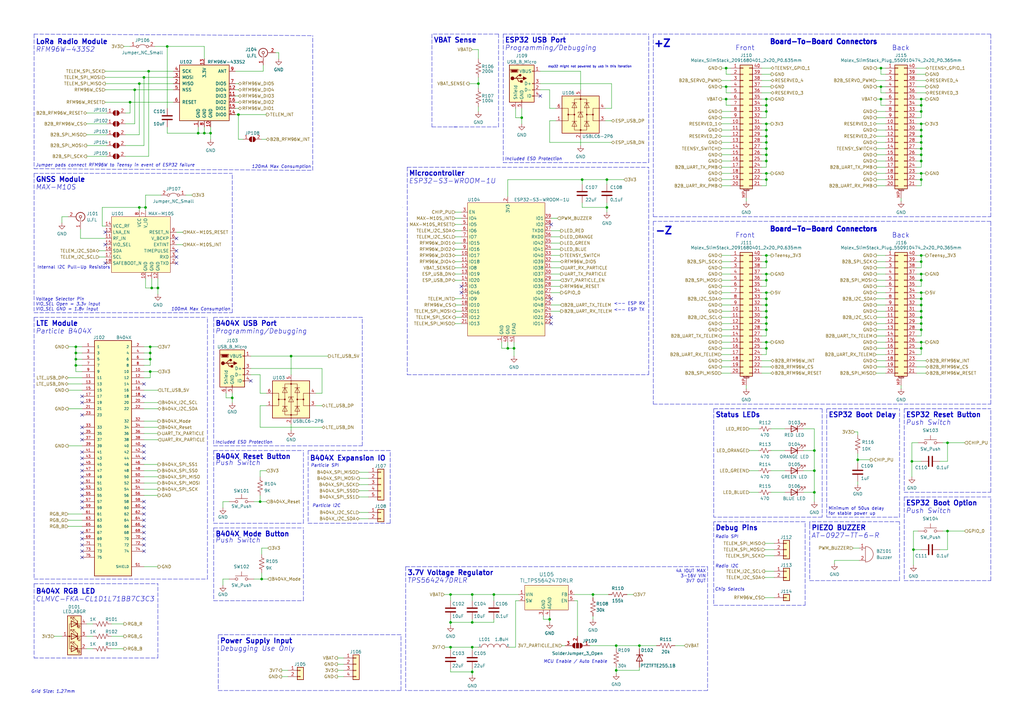
<source format=kicad_sch>
(kicad_sch (version 20211123) (generator eeschema)
  (paper "A3")
  (title_block (title "TARS MK4 Telemetry") (date "2023-03-25") (rev "C") (company "Illinois Space Society") (comment 4 "Contributors: Peter Giannetos, Eisha Peyyeti, Danny Guller, Rishi Patel"))
  (lib_symbols
    (symbol "Connector:Conn_Coaxial" (pin_names (offset 1.016) hide)
      (property "Reference" "J" (at 0.254 3.048 0))
      (property "Value" "Conn_Coaxial" (at 2.921 0 90))
      (symbol "Conn_Coaxial_1_1"
        (pin passive line (at -5.08 0 0) (length 2.54) (name "In") (number "1"))
        (pin passive line (at 0 -5.08 90) (length 2.54) (name "Ext") (number "2"))
      )
    )
    (symbol "Connector:USB_B_Micro" (pin_names (offset 1.016))
      (property "Reference" "J" (at -5.08 11.43 0))
      (property "Value" "USB_B_Micro" (at -5.08 8.89 0))
      (symbol "USB_B_Micro_1_1"
        (pin power_out line (at 7.62 5.08 180) (length 2.54) (name "VBUS") (number "1"))
        (pin bidirectional line (at 7.62 -2.54 180) (length 2.54) (name "D-") (number "2"))
        (pin bidirectional line (at 7.62 0 180) (length 2.54) (name "D+") (number "3"))
        (pin passive line (at 7.62 -5.08 180) (length 2.54) (name "ID") (number "4"))
        (pin power_out line (at 0 -10.16 90) (length 2.54) (name "GND") (number "5"))
        (pin passive line (at -2.54 -10.16 90) (length 2.54) (name "Shield") (number "6"))
      )
    )
    (symbol "Connector_Generic:Conn_01x01" (pin_names (offset 1.016) hide)
      (property "Reference" "J" (at 0 2.54 0))
      (property "Value" "Conn_01x01" (at 0 -2.54 0))
      (symbol "Conn_01x01_1_1"
        (pin passive line (at -5.08 0 0) (length 3.81) (name "Pin_1") (number "1"))
      )
    )
    (symbol "Connector_Generic:Conn_01x02" (pin_names (offset 1.016) hide)
      (property "Reference" "J" (at 0 2.54 0))
      (property "Value" "Conn_01x02" (at 0 -5.08 0))
      (symbol "Conn_01x02_1_1"
        (pin passive line (at -5.08 0 0) (length 3.81) (name "Pin_1") (number "1"))
        (pin passive line (at -5.08 -2.54 0) (length 3.81) (name "Pin_2") (number "2"))
      )
    )
    (symbol "Connector_Generic:Conn_01x03" (pin_names (offset 1.016) hide)
      (property "Reference" "J" (at 0 5.08 0))
      (property "Value" "Conn_01x03" (at 0 -5.08 0))
      (symbol "Conn_01x03_1_1"
        (pin passive line (at -5.08 2.54 0) (length 3.81) (name "Pin_1") (number "1"))
        (pin passive line (at -5.08 0 0) (length 3.81) (name "Pin_2") (number "2"))
        (pin passive line (at -5.08 -2.54 0) (length 3.81) (name "Pin_3") (number "3"))
      )
    )
    (symbol "Connector_Generic:Conn_01x04" (pin_names (offset 1.016) hide)
      (property "Reference" "J" (at 0 5.08 0))
      (property "Value" "Conn_01x04" (at 0 -7.62 0))
      (symbol "Conn_01x04_1_1"
        (pin passive line (at -5.08 2.54 0) (length 3.81) (name "Pin_1") (number "1"))
        (pin passive line (at -5.08 0 0) (length 3.81) (name "Pin_2") (number "2"))
        (pin passive line (at -5.08 -2.54 0) (length 3.81) (name "Pin_3") (number "3"))
        (pin passive line (at -5.08 -5.08 0) (length 3.81) (name "Pin_4") (number "4"))
      )
    )
    (symbol "Connector_Generic:Conn_01x05" (pin_names (offset 1.016) hide)
      (property "Reference" "J" (at 0 7.62 0))
      (property "Value" "Conn_01x05" (at 0 -7.62 0))
      (symbol "Conn_01x05_1_1"
        (pin passive line (at -5.08 5.08 0) (length 3.81) (name "Pin_1") (number "1"))
        (pin passive line (at -5.08 2.54 0) (length 3.81) (name "Pin_2") (number "2"))
        (pin passive line (at -5.08 0 0) (length 3.81) (name "Pin_3") (number "3"))
        (pin passive line (at -5.08 -2.54 0) (length 3.81) (name "Pin_4") (number "4"))
        (pin passive line (at -5.08 -5.08 0) (length 3.81) (name "Pin_5") (number "5"))
      )
    )
    (symbol "Connector_Generic_MountingPin:Conn_02x20_Counter_Clockwise_MountingPin" (pin_names (offset 1.016) hide)
      (property "Reference" "J" (at 1.27 25.4 0))
      (property "Value" "Conn_02x20_Counter_Clockwise_MountingPin" (at 2.54 -27.94 0))
      (symbol "Conn_02x20_Counter_Clockwise_MountingPin_1_1"
        (text "Mounting" (at 1.27 -27.051 0) (effects (font (size 0.381 0.381))))
        (pin passive line (at -5.08 22.86 0) (length 3.81) (name "Pin_1") (number "1"))
        (pin passive line (at -5.08 0 0) (length 3.81) (name "Pin_10") (number "10"))
        (pin passive line (at -5.08 -2.54 0) (length 3.81) (name "Pin_11") (number "11"))
        (pin passive line (at -5.08 -5.08 0) (length 3.81) (name "Pin_12") (number "12"))
        (pin passive line (at -5.08 -7.62 0) (length 3.81) (name "Pin_13") (number "13"))
        (pin passive line (at -5.08 -10.16 0) (length 3.81) (name "Pin_14") (number "14"))
        (pin passive line (at -5.08 -12.7 0) (length 3.81) (name "Pin_15") (number "15"))
        (pin passive line (at -5.08 -15.24 0) (length 3.81) (name "Pin_16") (number "16"))
        (pin passive line (at -5.08 -17.78 0) (length 3.81) (name "Pin_17") (number "17"))
        (pin passive line (at -5.08 -20.32 0) (length 3.81) (name "Pin_18") (number "18"))
        (pin passive line (at -5.08 -22.86 0) (length 3.81) (name "Pin_19") (number "19"))
        (pin passive line (at -5.08 20.32 0) (length 3.81) (name "Pin_2") (number "2"))
        (pin passive line (at -5.08 -25.4 0) (length 3.81) (name "Pin_20") (number "20"))
        (pin passive line (at 7.62 -25.4 180) (length 3.81) (name "Pin_21") (number "21"))
        (pin passive line (at 7.62 -22.86 180) (length 3.81) (name "Pin_22") (number "22"))
        (pin passive line (at 7.62 -20.32 180) (length 3.81) (name "Pin_23") (number "23"))
        (pin passive line (at 7.62 -17.78 180) (length 3.81) (name "Pin_24") (number "24"))
        (pin passive line (at 7.62 -15.24 180) (length 3.81) (name "Pin_25") (number "25"))
        (pin passive line (at 7.62 -12.7 180) (length 3.81) (name "Pin_26") (number "26"))
        (pin passive line (at 7.62 -10.16 180) (length 3.81) (name "Pin_27") (number "27"))
        (pin passive line (at 7.62 -7.62 180) (length 3.81) (name "Pin_28") (number "28"))
        (pin passive line (at 7.62 -5.08 180) (length 3.81) (name "Pin_29") (number "29"))
        (pin passive line (at -5.08 17.78 0) (length 3.81) (name "Pin_3") (number "3"))
        (pin passive line (at 7.62 -2.54 180) (length 3.81) (name "Pin_30") (number "30"))
        (pin passive line (at 7.62 0 180) (length 3.81) (name "Pin_31") (number "31"))
        (pin passive line (at 7.62 2.54 180) (length 3.81) (name "Pin_32") (number "32"))
        (pin passive line (at 7.62 5.08 180) (length 3.81) (name "Pin_33") (number "33"))
        (pin passive line (at 7.62 7.62 180) (length 3.81) (name "Pin_34") (number "34"))
        (pin passive line (at 7.62 10.16 180) (length 3.81) (name "Pin_35") (number "35"))
        (pin passive line (at 7.62 12.7 180) (length 3.81) (name "Pin_36") (number "36"))
        (pin passive line (at 7.62 15.24 180) (length 3.81) (name "Pin_37") (number "37"))
        (pin passive line (at 7.62 17.78 180) (length 3.81) (name "Pin_38") (number "38"))
        (pin passive line (at 7.62 20.32 180) (length 3.81) (name "Pin_39") (number "39"))
        (pin passive line (at -5.08 15.24 0) (length 3.81) (name "Pin_4") (number "4"))
        (pin passive line (at 7.62 22.86 180) (length 3.81) (name "Pin_40") (number "40"))
        (pin passive line (at -5.08 12.7 0) (length 3.81) (name "Pin_5") (number "5"))
        (pin passive line (at -5.08 10.16 0) (length 3.81) (name "Pin_6") (number "6"))
        (pin passive line (at -5.08 7.62 0) (length 3.81) (name "Pin_7") (number "7"))
        (pin passive line (at -5.08 5.08 0) (length 3.81) (name "Pin_8") (number "8"))
        (pin passive line (at -5.08 2.54 0) (length 3.81) (name "Pin_9") (number "9"))
        (pin passive line (at 1.27 -30.48 90) (length 3.048) (name "MountPin") (number "MP"))
      )
    )
    (symbol "Connector_M.2:TE_21992304" (pin_names (offset 1.016))
      (property "Reference" "J" (at -7.6269 49.066 0))
      (property "Value" "TE_21992304" (at -6.35 -52.07 0))
      (symbol "TE_21992304_0_0"
        (pin passive line (at -12.7 45.72 0) (length 5.08) (name "1") (number "1"))
        (pin passive line (at 12.7 35.56 180) (length 5.08) (name "10") (number "10"))
        (pin passive line (at -12.7 33.02 0) (length 5.08) (name "11") (number "11"))
        (pin passive line (at 12.7 33.02 180) (length 5.08) (name "12") (number "12"))
        (pin passive line (at -12.7 30.48 0) (length 5.08) (name "13") (number "13"))
        (pin passive line (at 12.7 30.48 180) (length 5.08) (name "14") (number "14"))
        (pin passive line (at -12.7 27.94 0) (length 5.08) (name "15") (number "15"))
        (pin passive line (at 12.7 27.94 180) (length 5.08) (name "16") (number "16"))
        (pin passive line (at -12.7 25.4 0) (length 5.08) (name "17") (number "17"))
        (pin passive line (at 12.7 25.4 180) (length 5.08) (name "18") (number "18"))
        (pin passive line (at -12.7 22.86 0) (length 5.08) (name "19") (number "19"))
        (pin passive line (at 12.7 45.72 180) (length 5.08) (name "2") (number "2"))
        (pin passive line (at 12.7 22.86 180) (length 5.08) (name "20") (number "20"))
        (pin passive line (at -12.7 20.32 0) (length 5.08) (name "21") (number "21"))
        (pin passive line (at 12.7 20.32 180) (length 5.08) (name "22") (number "22"))
        (pin passive line (at -12.7 17.78 0) (length 5.08) (name "23") (number "23"))
        (pin passive line (at -12.7 43.18 0) (length 5.08) (name "3") (number "3"))
        (pin passive line (at 12.7 15.24 180) (length 5.08) (name "32") (number "32"))
        (pin passive line (at -12.7 12.7 0) (length 5.08) (name "33") (number "33"))
        (pin passive line (at 12.7 12.7 180) (length 5.08) (name "34") (number "34"))
        (pin passive line (at -12.7 10.16 0) (length 5.08) (name "35") (number "35"))
        (pin passive line (at 12.7 10.16 180) (length 5.08) (name "36") (number "36"))
        (pin passive line (at -12.7 7.62 0) (length 5.08) (name "37") (number "37"))
        (pin passive line (at 12.7 7.62 180) (length 5.08) (name "38") (number "38"))
        (pin passive line (at -12.7 5.08 0) (length 5.08) (name "39") (number "39"))
        (pin passive line (at 12.7 43.18 180) (length 5.08) (name "4") (number "4"))
        (pin passive line (at 12.7 5.08 180) (length 5.08) (name "40") (number "40"))
        (pin passive line (at -12.7 2.54 0) (length 5.08) (name "41") (number "41"))
        (pin passive line (at 12.7 2.54 180) (length 5.08) (name "42") (number "42"))
        (pin passive line (at -12.7 0 0) (length 5.08) (name "43") (number "43"))
        (pin passive line (at 12.7 0 180) (length 5.08) (name "44") (number "44"))
        (pin passive line (at -12.7 -2.54 0) (length 5.08) (name "45") (number "45"))
        (pin passive line (at 12.7 -2.54 180) (length 5.08) (name "46") (number "46"))
        (pin passive line (at -12.7 -5.08 0) (length 5.08) (name "47") (number "47"))
        (pin passive line (at 12.7 -5.08 180) (length 5.08) (name "48") (number "48"))
        (pin passive line (at -12.7 -7.62 0) (length 5.08) (name "49") (number "49"))
        (pin passive line (at -12.7 40.64 0) (length 5.08) (name "5") (number "5"))
        (pin passive line (at 12.7 -7.62 180) (length 5.08) (name "50") (number "50"))
        (pin passive line (at -12.7 -10.16 0) (length 5.08) (name "51") (number "51"))
        (pin passive line (at 12.7 -10.16 180) (length 5.08) (name "52") (number "52"))
        (pin passive line (at -12.7 -12.7 0) (length 5.08) (name "53") (number "53"))
        (pin passive line (at 12.7 -12.7 180) (length 5.08) (name "54") (number "54"))
        (pin passive line (at -12.7 -15.24 0) (length 5.08) (name "55") (number "55"))
        (pin passive line (at 12.7 -15.24 180) (length 5.08) (name "56") (number "56"))
        (pin passive line (at -12.7 -17.78 0) (length 5.08) (name "57") (number "57"))
        (pin passive line (at 12.7 -17.78 180) (length 5.08) (name "58") (number "58"))
        (pin passive line (at -12.7 -20.32 0) (length 5.08) (name "59") (number "59"))
        (pin passive line (at 12.7 40.64 180) (length 5.08) (name "6") (number "6"))
        (pin passive line (at 12.7 -20.32 180) (length 5.08) (name "60") (number "60"))
        (pin passive line (at -12.7 -22.86 0) (length 5.08) (name "61") (number "61"))
        (pin passive line (at 12.7 -22.86 180) (length 5.08) (name "62") (number "62"))
        (pin passive line (at -12.7 -25.4 0) (length 5.08) (name "63") (number "63"))
        (pin passive line (at 12.7 -25.4 180) (length 5.08) (name "64") (number "64"))
        (pin passive line (at -12.7 -27.94 0) (length 5.08) (name "65") (number "65"))
        (pin passive line (at 12.7 -27.94 180) (length 5.08) (name "66") (number "66"))
        (pin passive line (at -12.7 -30.48 0) (length 5.08) (name "67") (number "67"))
        (pin passive line (at 12.7 -30.48 180) (length 5.08) (name "68") (number "68"))
        (pin passive line (at -12.7 -33.02 0) (length 5.08) (name "69") (number "69"))
        (pin passive line (at -12.7 38.1 0) (length 5.08) (name "7") (number "7"))
        (pin passive line (at 12.7 -33.02 180) (length 5.08) (name "70") (number "70"))
        (pin passive line (at -12.7 -35.56 0) (length 5.08) (name "71") (number "71"))
        (pin passive line (at 12.7 -35.56 180) (length 5.08) (name "72") (number "72"))
        (pin passive line (at -12.7 -38.1 0) (length 5.08) (name "73") (number "73"))
        (pin passive line (at 12.7 -38.1 180) (length 5.08) (name "74") (number "74"))
        (pin passive line (at -12.7 -40.64 0) (length 5.08) (name "75") (number "75"))
        (pin passive line (at 12.7 38.1 180) (length 5.08) (name "8") (number "8"))
        (pin passive line (at -12.7 35.56 0) (length 5.08) (name "9") (number "9"))
        (pin passive line (at 12.7 -44.45 180) (length 5.08) (name "SHIELD") (number "S1"))
      )
    )
    (symbol "D24V50F5:C" (pin_numbers hide) (pin_names (offset 0.254))
      (property "Reference" "C" (at 0.635 2.54 0))
      (property "Value" "C" (at 0.635 -2.54 0))
      (symbol "C_1_1"
        (pin passive line (at 0 3.81 270) (length 2.794) (name "~") (number "1"))
        (pin passive line (at 0 -3.81 90) (length 2.794) (name "~") (number "2"))
      )
    )
    (symbol "Device:Buzzer" (pin_names (offset 0.0254) hide)
      (property "Reference" "BZ" (at 3.81 1.27 0))
      (property "Value" "Buzzer" (at 3.81 -1.27 0))
      (symbol "Buzzer_1_1"
        (pin passive line (at -2.54 2.54 0) (length 2.54) (name "-") (number "1"))
        (pin passive line (at -2.54 -2.54 0) (length 2.54) (name "+") (number "2"))
      )
    )
    (symbol "Device:C" (pin_numbers hide) (pin_names (offset 0.254))
      (property "Reference" "C" (at 0.635 2.54 0))
      (property "Value" "C" (at 0.635 -2.54 0))
      (symbol "C_1_1"
        (pin passive line (at 0 3.81 270) (length 2.794) (name "~") (number "1"))
        (pin passive line (at 0 -3.81 90) (length 2.794) (name "~") (number "2"))
      )
    )
    (symbol "Device:D_Zener" (pin_numbers hide) (pin_names (offset 1.016) hide)
      (property "Reference" "D" (at 0 2.54 0))
      (property "Value" "D_Zener" (at 0 -2.54 0))
      (symbol "D_Zener_1_1"
        (pin passive line (at -3.81 0 0) (length 2.54) (name "K") (number "1"))
        (pin passive line (at 3.81 0 180) (length 2.54) (name "A") (number "2"))
      )
    )
    (symbol "Device:LED" (pin_numbers hide) (pin_names (offset 1.016) hide)
      (property "Reference" "D" (at 0 2.54 0))
      (property "Value" "LED" (at 0 -2.54 0))
      (symbol "LED_1_1"
        (pin passive line (at -3.81 0 0) (length 2.54) (name "K") (number "1"))
        (pin passive line (at 3.81 0 180) (length 2.54) (name "A") (number "2"))
      )
    )
    (symbol "Device:LED_ABGR" (pin_names (offset 0) hide)
      (property "Reference" "D" (at 0 9.398 0))
      (property "Value" "LED_ABGR" (at 0 -8.89 0))
      (symbol "LED_ABGR_0_0"
        (text "B" (at -1.905 -6.35 0) (effects (font (size 1.27 1.27))))
        (text "G" (at -1.905 -1.27 0) (effects (font (size 1.27 1.27))))
        (text "R" (at -1.905 3.81 0) (effects (font (size 1.27 1.27))))
      )
      (symbol "LED_ABGR_1_1"
        (pin passive line (at 5.08 0 180) (length 2.54) (name "A") (number "1"))
        (pin passive line (at -5.08 -5.08 0) (length 2.54) (name "BK") (number "2"))
        (pin passive line (at -5.08 0 0) (length 2.54) (name "GK") (number "3"))
        (pin passive line (at -5.08 5.08 0) (length 2.54) (name "RK") (number "4"))
      )
    )
    (symbol "Device:R_Small_US" (pin_numbers hide) (pin_names (offset 0.254) hide)
      (property "Reference" "R" (at 0.762 0.508 0))
      (property "Value" "R_Small_US" (at 0.762 -1.016 0))
      (symbol "R_Small_US_1_1"
        (pin passive line (at 0 2.54 270) (length 1.016) (name "~") (number "1"))
        (pin passive line (at 0 -2.54 90) (length 1.016) (name "~") (number "2"))
      )
    )
    (symbol "Device:R_US" (pin_numbers hide) (pin_names (offset 0))
      (property "Reference" "R" (at 2.54 0 90))
      (property "Value" "R_US" (at -2.54 0 90))
      (symbol "R_US_1_1"
        (pin passive line (at 0 3.81 270) (length 1.27) (name "~") (number "1"))
        (pin passive line (at 0 -3.81 90) (length 1.27) (name "~") (number "2"))
      )
    )
    (symbol "Jumper:Jumper_2_Bridged" (pin_names (offset 0) hide)
      (property "Reference" "JP" (at 0 1.905 0))
      (property "Value" "Jumper_2_Bridged" (at 0 -2.54 0))
      (symbol "Jumper_2_Bridged_1_1"
        (pin passive line (at -5.08 0 0) (length 2.54) (name "A") (number "1"))
        (pin passive line (at 5.08 0 180) (length 2.54) (name "B") (number "2"))
      )
    )
    (symbol "Jumper:SolderJumper_2_Open" (pin_names (offset 0) hide)
      (property "Reference" "JP" (at 0 2.032 0))
      (property "Value" "SolderJumper_2_Open" (at 0 -2.54 0))
      (symbol "SolderJumper_2_Open_1_1"
        (pin passive line (at -3.81 0 0) (length 2.54) (name "A") (number "1"))
        (pin passive line (at 3.81 0 180) (length 2.54) (name "B") (number "2"))
      )
    )
    (symbol "Jumper:SolderJumper_3_Open" (pin_names (offset 0) hide)
      (property "Reference" "JP" (at -2.54 -2.54 0))
      (property "Value" "SolderJumper_3_Open" (at 0 2.794 0))
      (symbol "SolderJumper_3_Open_1_1"
        (pin passive line (at -5.08 0 0) (length 2.54) (name "A") (number "1"))
        (pin input line (at 0 -3.81 90) (length 2.54) (name "C") (number "2"))
        (pin passive line (at 5.08 0 180) (length 2.54) (name "B") (number "3"))
      )
    )
    (symbol "MCU_ESP32:ESP32-S3-WROOM-1U"
      (property "Reference" "U" (at -15.24 29.21 0))
      (property "Value" "ESP32-S3-WROOM-1U" (at 13.97 29.21 0))
      (symbol "ESP32-S3-WROOM-1U_1_1"
        (pin power_in line (at -2.54 -29.21 90) (length 2.54) (name "GND") (number "1"))
        (pin bidirectional line (at -19.05 6.35 0) (length 2.54) (name "IO17") (number "10"))
        (pin bidirectional line (at -19.05 3.81 0) (length 2.54) (name "IO18") (number "11"))
        (pin bidirectional line (at -19.05 1.27 0) (length 2.54) (name "IO8") (number "12"))
        (pin bidirectional line (at -19.05 -1.27 0) (length 2.54) (name "IO19") (number "13"))
        (pin bidirectional line (at -19.05 -3.81 0) (length 2.54) (name "IO20") (number "14"))
        (pin bidirectional line (at -19.05 -6.35 0) (length 2.54) (name "IO3") (number "15"))
        (pin bidirectional line (at -19.05 -8.89 0) (length 2.54) (name "IO46") (number "16"))
        (pin bidirectional line (at -19.05 -11.43 0) (length 2.54) (name "IO9") (number "17"))
        (pin bidirectional line (at -19.05 -13.97 0) (length 2.54) (name "IO10") (number "18"))
        (pin bidirectional line (at -19.05 -16.51 0) (length 2.54) (name "IO11") (number "19"))
        (pin power_in line (at 0 30.48 270) (length 2.54) (name "3V3") (number "2"))
        (pin bidirectional line (at -19.05 -19.05 0) (length 2.54) (name "IO12") (number "20"))
        (pin bidirectional line (at -19.05 -21.59 0) (length 2.54) (name "IO13") (number "21"))
        (pin bidirectional line (at 17.78 -21.59 180) (length 2.54) (name "IO14") (number "22"))
        (pin bidirectional line (at 17.78 -19.05 180) (length 2.54) (name "IO21") (number "23"))
        (pin bidirectional line (at 17.78 -16.51 180) (length 2.54) (name "IO47") (number "24"))
        (pin bidirectional line (at 17.78 -13.97 180) (length 2.54) (name "IO48") (number "25"))
        (pin bidirectional line (at 17.78 -11.43 180) (length 2.54) (name "IO45") (number "26"))
        (pin bidirectional line (at 17.78 -8.89 180) (length 2.54) (name "IO0") (number "27"))
        (pin bidirectional line (at 17.78 -6.35 180) (length 2.54) (name "IO35") (number "28"))
        (pin bidirectional line (at 17.78 -3.81 180) (length 2.54) (name "IO36") (number "29"))
        (pin input line (at -19.05 24.13 0) (length 2.54) (name "EN") (number "3"))
        (pin bidirectional line (at 17.78 -1.27 180) (length 2.54) (name "IO37") (number "30"))
        (pin bidirectional line (at 17.78 1.27 180) (length 2.54) (name "IO38") (number "31"))
        (pin bidirectional line (at 17.78 3.81 180) (length 2.54) (name "IO39") (number "32"))
        (pin bidirectional line (at 17.78 6.35 180) (length 2.54) (name "IO40") (number "33"))
        (pin bidirectional line (at 17.78 8.89 180) (length 2.54) (name "IO41") (number "34"))
        (pin bidirectional line (at 17.78 11.43 180) (length 2.54) (name "IO42") (number "35"))
        (pin bidirectional line (at 17.78 13.97 180) (length 2.54) (name "RXD0") (number "36"))
        (pin bidirectional line (at 17.78 16.51 180) (length 2.54) (name "TXD0") (number "37"))
        (pin bidirectional line (at 17.78 19.05 180) (length 2.54) (name "IO2") (number "38"))
        (pin bidirectional line (at 17.78 21.59 180) (length 2.54) (name "IO1") (number "39"))
        (pin bidirectional line (at -19.05 21.59 0) (length 2.54) (name "IO4") (number "4"))
        (pin power_in line (at 0 -29.21 90) (length 2.54) (name "GND") (number "40"))
        (pin power_out line (at 2.54 -29.21 90) (length 2.54) (name "EPAD") (number "41"))
        (pin bidirectional line (at -19.05 19.05 0) (length 2.54) (name "IO5") (number "5"))
        (pin bidirectional line (at -19.05 16.51 0) (length 2.54) (name "IO6") (number "6"))
        (pin bidirectional line (at -19.05 13.97 0) (length 2.54) (name "IO7") (number "7"))
        (pin bidirectional line (at -19.05 11.43 0) (length 2.54) (name "IO15") (number "8"))
        (pin bidirectional line (at -19.05 8.89 0) (length 2.54) (name "IO16") (number "9"))
      )
    )
    (symbol "Power_Protection:USBLC6-2P6" (pin_names hide)
      (property "Reference" "U" (at 2.54 8.89 0))
      (property "Value" "USBLC6-2P6" (at 2.54 -8.89 0))
      (symbol "USBLC6-2P6_1_1"
        (pin passive line (at -10.16 -2.54 0) (length 2.54) (name "I/O1") (number "1"))
        (pin passive line (at 0 -10.16 90) (length 2.54) (name "GND") (number "2"))
        (pin passive line (at 10.16 -2.54 180) (length 2.54) (name "I/O2") (number "3"))
        (pin passive line (at 10.16 2.54 180) (length 2.54) (name "I/O2") (number "4"))
        (pin passive line (at 0 10.16 270) (length 2.54) (name "VBUS") (number "5"))
        (pin passive line (at -10.16 2.54 0) (length 2.54) (name "I/O1") (number "6"))
      )
    )
    (symbol "RF_GPS_uBlox:MAX-M10S"
      (property "Reference" "U" (at -12.7 12.7 0))
      (property "Value" "MAX-M10S" (at 7.62 12.7 0))
      (symbol "MAX-M10S_1_1"
        (pin power_out line (at 3.81 -13.97 90) (length 2.54) (name "GND") (number "1"))
        (pin power_out line (at 1.27 -13.97 90) (length 2.54) (name "GND") (number "10"))
        (pin input line (at -15.24 2.54 0) (length 2.54) (name "RF_IN") (number "11"))
        (pin power_out line (at 6.35 -13.97 90) (length 2.54) (name "GND") (number "12"))
        (pin unspecified line (at -15.24 5.08 0) (length 2.54) (name "LNA_EN") (number "13"))
        (pin unspecified line (at -15.24 7.62 0) (length 2.54) (name "VCC_RF") (number "14"))
        (pin unspecified line (at -15.24 0 0) (length 2.54) (name "VIO_SEL") (number "15"))
        (pin bidirectional line (at -15.24 -2.54 0) (length 2.54) (name "SDA") (number "16"))
        (pin input line (at -15.24 -5.08 0) (length 2.54) (name "SCL") (number "17"))
        (pin unspecified line (at -15.24 -7.62 0) (length 2.54) (name "SAFEBOOT_N") (number "18"))
        (pin output line (at 13.97 -7.62 180) (length 2.54) (name "TXD") (number "2"))
        (pin input line (at 13.97 -5.08 180) (length 2.54) (name "RXD") (number "3"))
        (pin unspecified line (at 13.97 -2.54 180) (length 2.54) (name "TIMEPULSE") (number "4"))
        (pin input line (at 13.97 0 180) (length 2.54) (name "EXTINT") (number "5"))
        (pin power_in line (at 13.97 2.54 180) (length 2.54) (name "V_BCKP") (number "6"))
        (pin power_in line (at 1.27 13.97 270) (length 2.54) (name "V_IO") (number "7"))
        (pin power_in line (at -1.27 13.97 270) (length 2.54) (name "VCC") (number "8"))
        (pin input line (at 13.97 5.08 180) (length 2.54) (name "RESET_N") (number "9"))
      )
    )
    (symbol "RF_Module:RFM96W-433S2" (pin_names (offset 1.016))
      (property "Reference" "U" (at -10.414 11.684 0))
      (property "Value" "RFM96W-433S2" (at 1.524 11.43 0))
      (symbol "RFM96W-433S2_1_1"
        (pin power_in line (at -2.54 -15.24 90) (length 2.54) (name "GND") (number "1"))
        (pin power_in line (at 2.54 -15.24 90) (length 2.54) (name "GND") (number "10"))
        (pin bidirectional line (at 12.7 -2.54 180) (length 2.54) (name "DIO3") (number "11"))
        (pin bidirectional line (at 12.7 0 180) (length 2.54) (name "DIO4") (number "12"))
        (pin power_in line (at 0 12.7 270) (length 2.54) (name "3.3V") (number "13"))
        (pin bidirectional line (at 12.7 -10.16 180) (length 2.54) (name "DIO0") (number "14"))
        (pin bidirectional line (at 12.7 -7.62 180) (length 2.54) (name "DIO1") (number "15"))
        (pin bidirectional line (at 12.7 -5.08 180) (length 2.54) (name "DIO2") (number "16"))
        (pin output line (at -12.7 2.54 0) (length 2.54) (name "MISO") (number "2"))
        (pin input line (at -12.7 5.08 0) (length 2.54) (name "MOSI") (number "3"))
        (pin input line (at -12.7 7.62 0) (length 2.54) (name "SCK") (number "4"))
        (pin input line (at -12.7 0 0) (length 2.54) (name "NSS") (number "5"))
        (pin bidirectional line (at -12.7 -5.08 0) (length 2.54) (name "RESET") (number "6"))
        (pin bidirectional line (at 12.7 2.54 180) (length 2.54) (name "DIO5") (number "7"))
        (pin power_in line (at 0 -15.24 90) (length 2.54) (name "GND") (number "8"))
        (pin bidirectional line (at 12.7 7.62 180) (length 2.54) (name "ANT") (number "9"))
      )
    )
    (symbol "Regulator_Texas:TI_TPS564247DRLR" (pin_names (offset 0.254))
      (property "Reference" "U" (at 0 11.43 0))
      (property "Value" "TI_TPS564247DRLR" (at 0 8.89 0))
      (symbol "TI_TPS564247DRLR_0_0"
        (pin input line (at -11.43 2.54 0) (length 2.54) (name "VIN") (number "1"))
        (pin output line (at -11.43 0 0) (length 2.54) (name "SW") (number "2"))
        (pin power_in line (at -1.27 -6.35 90) (length 2.54) (name "GND") (number "3"))
        (pin power_in line (at 1.27 -6.35 90) (length 2.54) (name "AGND") (number "4"))
        (pin input line (at 11.43 0 180) (length 2.54) (name "EN") (number "5"))
        (pin input line (at 11.43 2.54 180) (length 2.54) (name "FB") (number "6"))
      )
    )
    (symbol "Switch:SW_Push" (pin_numbers hide) (pin_names (offset 1.016) hide)
      (property "Reference" "SW" (at 1.27 2.54 0))
      (property "Value" "SW_Push" (at 0 -1.524 0))
      (symbol "SW_Push_0_1"
        (pin passive line (at -5.08 0 0) (length 2.54) (name "1") (number "1"))
        (pin passive line (at 5.08 0 180) (length 2.54) (name "2") (number "2"))
      )
    )
    (symbol "power:GND" (power) (pin_names (offset 0))
      (property "Value" "GND" (at 0 -3.81 0))
      (symbol "GND_1_1"
        (pin power_in line (at 0 0 270) (length 0) hide (name "GND") (number "1"))
      )
    )
    (symbol "pspice:INDUCTOR" (pin_numbers hide) (pin_names (offset 0))
      (property "Reference" "L" (at 0 2.54 0))
      (property "Value" "INDUCTOR" (at 0 -1.27 0))
      (symbol "INDUCTOR_1_1"
        (pin input line (at -6.35 0 0) (length 1.27) (name "1") (number "1"))
        (pin input line (at 6.35 0 180) (length 1.27) (name "2") (number "2"))
      )
    )
  )
  (junction (at 314.325 60.96))
  (junction (at 377.825 50.8))
  (junction (at 361.315 35.56))
  (junction (at 248.92 85.09))
  (junction (at 61.595 152.4))
  (junction (at 377.825 73.66))
  (junction (at 377.825 132.715))
  (junction (at 81.28 54.61))
  (junction (at 238.76 73.66))
  (junction (at 377.825 125.095))
  (junction (at 184.785 255.27))
  (junction (at 208.28 142.875))
  (junction (at 374.65 225.425))
  (junction (at 297.815 40.64))
  (junction (at 243.205 243.84))
  (junction (at 64.77 118.11))
  (junction (at 61.595 144.78))
  (junction (at 377.825 60.96))
  (junction (at 248.92 73.66))
  (junction (at 334.01 193.04))
  (junction (at 377.825 122.555))
  (junction (at 377.825 135.255))
  (junction (at 31.115 149.86))
  (junction (at 377.825 45.72))
  (junction (at 334.01 201.93))
  (junction (at 314.325 45.72))
  (junction (at 377.825 71.12))
  (junction (at 377.825 130.175))
  (junction (at 377.825 107.315))
  (junction (at 361.315 27.94))
  (junction (at 57.15 34.29))
  (junction (at 388.62 217.805))
  (junction (at 314.325 130.175))
  (junction (at 314.325 43.18))
  (junction (at 377.825 58.42))
  (junction (at 377.825 142.875))
  (junction (at 193.675 275.59))
  (junction (at 314.325 120.015))
  (junction (at 314.325 107.315))
  (junction (at 377.825 55.88))
  (junction (at 314.325 58.42))
  (junction (at 314.325 66.04))
  (junction (at 374.015 189.23))
  (junction (at 193.675 265.43))
  (junction (at 314.325 53.34))
  (junction (at 314.325 55.88))
  (junction (at 68.58 19.05))
  (junction (at 31.115 142.24))
  (junction (at 61.595 147.32))
  (junction (at 314.325 125.095))
  (junction (at 59.69 85.09))
  (junction (at 62.23 118.11))
  (junction (at 314.325 104.775))
  (junction (at 59.055 31.75))
  (junction (at 377.825 40.64))
  (junction (at 83.82 54.61))
  (junction (at 314.325 135.255))
  (junction (at 334.01 184.785))
  (junction (at 377.825 120.015))
  (junction (at 361.315 40.64))
  (junction (at 184.785 265.43))
  (junction (at 297.815 35.56))
  (junction (at 213.995 48.26))
  (junction (at 377.825 114.935))
  (junction (at 314.325 142.875))
  (junction (at 196.215 34.29))
  (junction (at 314.325 40.64))
  (junction (at 314.325 140.335))
  (junction (at 210.82 142.875))
  (junction (at 377.825 127.635))
  (junction (at 55.245 36.83))
  (junction (at 86.36 54.61))
  (junction (at 377.825 53.34))
  (junction (at 297.815 27.94))
  (junction (at 377.825 104.775))
  (junction (at 314.325 50.8))
  (junction (at 184.785 243.84))
  (junction (at 388.62 181.61))
  (junction (at 107.315 237.49))
  (junction (at 119.38 146.05))
  (junction (at 61.595 142.24))
  (junction (at 314.325 132.715))
  (junction (at 31.115 144.78))
  (junction (at 351.79 188.595))
  (junction (at 377.825 66.04))
  (junction (at 314.325 73.66))
  (junction (at 225.425 254))
  (junction (at 314.325 127.635))
  (junction (at 202.565 243.84))
  (junction (at 97.79 46.99))
  (junction (at 377.825 140.335))
  (junction (at 314.325 71.12))
  (junction (at 106.68 205.74))
  (junction (at 31.115 147.32))
  (junction (at 60.96 29.21))
  (junction (at 262.255 264.795))
  (junction (at 53.34 41.91))
  (junction (at 377.825 112.395))
  (junction (at 57.15 85.09))
  (junction (at 95.25 163.195))
  (junction (at 252.73 274.955))
  (junction (at 252.73 264.795))
  (junction (at 314.325 122.555))
  (junction (at 314.325 112.395))
  (junction (at 314.325 63.5))
  (junction (at 193.675 255.27))
  (junction (at 377.825 43.18))
  (junction (at 193.675 243.84))
  (junction (at 377.825 63.5))
  (junction (at 314.325 114.935))
  (no_connect (at 59.055 205.74))
  (no_connect (at 33.655 198.12))
  (no_connect (at 33.655 200.66))
  (no_connect (at 59.055 208.28))
  (no_connect (at 59.055 162.56))
  (no_connect (at 33.655 203.2))
  (no_connect (at 33.655 205.74))
  (no_connect (at 33.655 208.28))
  (no_connect (at 33.655 228.6))
  (no_connect (at 59.055 157.48))
  (no_connect (at 72.39 107.95))
  (no_connect (at 33.655 195.58))
  (no_connect (at 59.055 215.9))
  (no_connect (at 33.655 165.1))
  (no_connect (at 59.055 182.88))
  (no_connect (at 59.055 223.52))
  (no_connect (at 33.655 175.26))
  (no_connect (at 59.055 218.44))
  (no_connect (at 72.39 105.41))
  (no_connect (at 72.39 97.79))
  (no_connect (at 43.18 107.95))
  (no_connect (at 59.055 220.98))
  (no_connect (at 33.655 223.52))
  (no_connect (at 226.06 132.715))
  (no_connect (at 43.18 100.33))
  (no_connect (at 72.39 102.87))
  (no_connect (at 59.055 210.82))
  (no_connect (at 33.655 187.96))
  (no_connect (at 226.06 130.175))
  (no_connect (at 59.055 187.96))
  (no_connect (at 221.615 39.37))
  (no_connect (at 33.655 162.56))
  (no_connect (at 33.655 170.18))
  (no_connect (at 33.655 220.98))
  (no_connect (at 33.655 180.34))
  (no_connect (at 33.655 177.8))
  (no_connect (at 189.23 117.475))
  (no_connect (at 59.055 185.42))
  (no_connect (at 59.055 226.06))
  (no_connect (at 102.87 156.21))
  (no_connect (at 226.06 92.075))
  (no_connect (at 33.655 185.42))
  (no_connect (at 226.06 122.555))
  (no_connect (at 189.23 120.015))
  (no_connect (at 33.655 193.04))
  (no_connect (at 43.18 95.25))
  (no_connect (at 33.655 226.06))
  (no_connect (at 33.655 190.5))
  (no_connect (at 33.655 218.44))
  (no_connect (at 59.055 213.36))
  (wire (pts (xy 295.91 150.495) (xy 299.72 150.495)))
  (wire (pts (xy 361.315 30.48) (xy 363.22 30.48)))
  (wire (pts (xy 138.43 272.415) (xy 140.97 272.415)))
  (wire (pts (xy 106.68 161.29) (xy 106.68 153.67)))
  (polyline (pts (xy 292.735 248.285) (xy 330.2 248.285)))
  (wire (pts (xy 106.68 175.26) (xy 132.08 175.26)))
  (wire (pts (xy 377.825 43.18) (xy 377.825 45.72)))
  (wire (pts (xy 359.41 137.795) (xy 363.22 137.795)))
  (polyline (pts (xy 167.005 68.58) (xy 266.065 68.58)))
  (wire (pts (xy 57.15 34.29) (xy 57.15 55.245)))
  (wire (pts (xy 92.71 161.29) (xy 92.71 163.195)))
  (wire (pts (xy 295.91 35.56) (xy 297.815 35.56)))
  (polyline (pts (xy 85.09 237.49) (xy 85.09 130.175)))
  (wire (pts (xy 314.325 127.635) (xy 312.42 127.635)))
  (wire (pts (xy 297.815 43.18) (xy 297.815 40.64)))
  (polyline (pts (xy 13.97 239.395) (xy 13.97 269.875)))
  (wire (pts (xy 334.01 201.93) (xy 334.01 205.74)))
  (wire (pts (xy 377.825 76.2) (xy 375.92 76.2)))
  (wire (pts (xy 314.325 50.8) (xy 312.42 50.8)))
  (polyline (pts (xy 126.365 184.785) (xy 126.365 214.63)))
  (polyline (pts (xy 370.84 167.64) (xy 370.84 201.93)))
  (wire (pts (xy 359.41 112.395) (xy 363.22 112.395)))
  (wire (pts (xy 193.675 266.7) (xy 193.675 265.43)))
  (wire (pts (xy 314.325 137.795) (xy 312.42 137.795)))
  (wire (pts (xy 27.94 157.48) (xy 33.655 157.48)))
  (wire (pts (xy 202.565 254) (xy 202.565 255.27)))
  (polyline (pts (xy 370.84 201.93) (xy 406.4 201.93)))
  (wire (pts (xy 106.68 166.37) (xy 106.68 175.26)))
  (wire (pts (xy 91.44 205.74) (xy 91.44 208.28)))
  (wire (pts (xy 297.815 35.56) (xy 299.72 35.56)))
  (wire (pts (xy 377.825 58.42) (xy 377.825 60.96)))
  (wire (pts (xy 31.115 144.78) (xy 33.655 144.78)))
  (wire (pts (xy 377.825 112.395) (xy 375.92 112.395)))
  (wire (pts (xy 33.655 142.24) (xy 31.115 142.24)))
  (polyline (pts (xy 332.105 215.265) (xy 332.105 238.125)))
  (wire (pts (xy 96.52 39.37) (xy 97.79 39.37)))
  (wire (pts (xy 377.825 114.935) (xy 377.825 117.475)))
  (wire (pts (xy 334.01 184.785) (xy 334.01 193.04)))
  (wire (pts (xy 186.69 112.395) (xy 189.23 112.395)))
  (wire (pts (xy 225.425 254) (xy 225.425 255.27)))
  (wire (pts (xy 307.34 193.04) (xy 311.15 193.04)))
  (polyline (pts (xy 368.935 212.09) (xy 368.935 167.64)))
  (wire (pts (xy 221.615 29.21) (xy 238.125 29.21)))
  (wire (pts (xy 359.41 145.415) (xy 363.22 145.415)))
  (wire (pts (xy 314.325 76.2) (xy 312.42 76.2)))
  (wire (pts (xy 388.62 181.61) (xy 395.605 181.61)))
  (wire (pts (xy 377.825 43.18) (xy 375.92 43.18)))
  (wire (pts (xy 184.785 243.84) (xy 193.675 243.84)))
  (wire (pts (xy 374.015 181.61) (xy 374.015 189.23)))
  (wire (pts (xy 295.91 33.02) (xy 299.72 33.02)))
  (wire (pts (xy 314.325 45.72) (xy 314.325 48.26)))
  (wire (pts (xy 66.04 80.01) (xy 59.69 80.01)))
  (wire (pts (xy 248.92 85.09) (xy 248.92 86.995)))
  (wire (pts (xy 377.825 127.635) (xy 377.825 130.175)))
  (polyline (pts (xy 64.77 269.875) (xy 64.77 239.395)))
  (polyline (pts (xy 13.97 13.97) (xy 128.27 14.605)))
  (wire (pts (xy 359.41 35.56) (xy 361.315 35.56)))
  (wire (pts (xy 316.23 193.04) (xy 321.945 193.04)))
  (wire (pts (xy 377.825 140.335) (xy 379.73 140.335)))
  (wire (pts (xy 377.825 53.34) (xy 377.825 55.88)))
  (wire (pts (xy 295.91 109.855) (xy 299.72 109.855)))
  (polyline (pts (xy 339.09 167.64) (xy 339.09 212.09)))
  (wire (pts (xy 377.825 135.255) (xy 375.92 135.255)))
  (wire (pts (xy 193.675 243.84) (xy 193.675 246.38)))
  (wire (pts (xy 314.325 53.34) (xy 314.325 55.88)))
  (wire (pts (xy 297.815 40.64) (xy 299.72 40.64)))
  (wire (pts (xy 238.76 85.09) (xy 248.92 85.09)))
  (wire (pts (xy 61.595 152.4) (xy 64.77 152.4)))
  (wire (pts (xy 193.675 243.84) (xy 202.565 243.84)))
  (wire (pts (xy 225.425 44.45) (xy 225.425 36.83)))
  (wire (pts (xy 95.25 163.195) (xy 95.25 165.1)))
  (wire (pts (xy 295.91 127.635) (xy 299.72 127.635)))
  (wire (pts (xy 97.79 46.99) (xy 109.22 46.99)))
  (wire (pts (xy 53.34 41.91) (xy 53.34 46.355)))
  (wire (pts (xy 61.595 154.94) (xy 59.055 154.94)))
  (polyline (pts (xy 87.63 216.535) (xy 87.63 246.38)))
  (wire (pts (xy 222.885 254) (xy 225.425 254)))
  (wire (pts (xy 359.41 120.015) (xy 363.22 120.015)))
  (wire (pts (xy 377.825 125.095) (xy 375.92 125.095)))
  (polyline (pts (xy 13.97 128.27) (xy 95.25 128.27)))
  (wire (pts (xy 38.1 260.985) (xy 35.56 260.985)))
  (polyline (pts (xy 292.735 167.64) (xy 337.185 167.64)))
  (wire (pts (xy 377.825 117.475) (xy 375.92 117.475)))
  (wire (pts (xy 314.325 68.58) (xy 312.42 68.58)))
  (wire (pts (xy 359.41 140.335) (xy 363.22 140.335)))
  (wire (pts (xy 55.245 36.83) (xy 71.12 36.83)))
  (wire (pts (xy 213.995 48.26) (xy 213.995 44.45)))
  (wire (pts (xy 238.76 73.66) (xy 248.92 73.66)))
  (wire (pts (xy 241.935 264.795) (xy 252.73 264.795)))
  (wire (pts (xy 377.825 40.64) (xy 377.825 43.18)))
  (polyline (pts (xy 166.37 232.41) (xy 166.37 283.21)))
  (wire (pts (xy 59.69 114.3) (xy 59.69 118.11)))
  (wire (pts (xy 59.055 203.2) (xy 64.77 203.2)))
  (wire (pts (xy 33.655 152.4) (xy 31.115 152.4)))
  (wire (pts (xy 377.825 130.175) (xy 377.825 132.715)))
  (wire (pts (xy 59.055 200.66) (xy 64.77 200.66)))
  (wire (pts (xy 147.32 210.185) (xy 151.13 210.185)))
  (wire (pts (xy 377.825 120.015) (xy 377.825 122.555)))
  (wire (pts (xy 334.01 175.895) (xy 334.01 184.785)))
  (wire (pts (xy 313.69 225.425) (xy 317.5 225.425)))
  (wire (pts (xy 243.205 243.84) (xy 243.205 245.11)))
  (wire (pts (xy 213.995 48.26) (xy 213.995 50.8)))
  (wire (pts (xy 31.115 142.24) (xy 31.115 144.78)))
  (wire (pts (xy 96.52 29.21) (xy 107.95 29.21)))
  (wire (pts (xy 186.69 132.715) (xy 189.23 132.715)))
  (wire (pts (xy 295.91 120.015) (xy 299.72 120.015)))
  (wire (pts (xy 295.91 71.12) (xy 299.72 71.12)))
  (wire (pts (xy 59.69 85.09) (xy 59.69 86.36)))
  (wire (pts (xy 314.325 40.64) (xy 316.23 40.64)))
  (wire (pts (xy 377.825 122.555) (xy 375.92 122.555)))
  (wire (pts (xy 314.325 117.475) (xy 312.42 117.475)))
  (wire (pts (xy 295.91 125.095) (xy 299.72 125.095)))
  (wire (pts (xy 377.825 73.66) (xy 375.92 73.66)))
  (wire (pts (xy 377.825 107.315) (xy 375.92 107.315)))
  (wire (pts (xy 55.245 36.83) (xy 55.245 50.8)))
  (wire (pts (xy 359.41 130.175) (xy 363.22 130.175)))
  (wire (pts (xy 295.91 55.88) (xy 299.72 55.88)))
  (wire (pts (xy 314.325 58.42) (xy 312.42 58.42)))
  (wire (pts (xy 96.52 46.99) (xy 97.79 46.99)))
  (wire (pts (xy 314.325 130.175) (xy 314.325 132.715)))
  (wire (pts (xy 359.41 147.955) (xy 363.22 147.955)))
  (polyline (pts (xy 370.84 203.835) (xy 406.4 203.835)))
  (wire (pts (xy 248.285 49.53) (xy 250.825 49.53)))
  (wire (pts (xy 119.38 173.99) (xy 119.38 176.53)))
  (wire (pts (xy 377.825 104.775) (xy 377.825 107.315)))
  (wire (pts (xy 226.06 112.395) (xy 229.87 112.395)))
  (wire (pts (xy 351.79 177.165) (xy 351.79 178.435)))
  (wire (pts (xy 243.205 243.84) (xy 249.555 243.84)))
  (wire (pts (xy 226.06 127.635) (xy 229.87 127.635)))
  (polyline (pts (xy 87.63 216.535) (xy 124.46 216.535)))
  (wire (pts (xy 248.92 73.66) (xy 255.905 73.66)))
  (wire (pts (xy 312.42 40.64) (xy 314.325 40.64)))
  (wire (pts (xy 388.62 189.23) (xy 388.62 181.61)))
  (wire (pts (xy 377.825 68.58) (xy 375.92 68.58)))
  (wire (pts (xy 359.41 142.875) (xy 363.22 142.875)))
  (wire (pts (xy 51.435 50.8) (xy 55.245 50.8)))
  (polyline (pts (xy 13.97 13.97) (xy 13.97 69.215)))
  (wire (pts (xy 230.505 264.795) (xy 231.775 264.795)))
  (wire (pts (xy 43.18 34.29) (xy 57.15 34.29)))
  (wire (pts (xy 276.86 264.795) (xy 280.67 264.795)))
  (wire (pts (xy 314.325 140.335) (xy 314.325 142.875)))
  (wire (pts (xy 329.565 193.04) (xy 334.01 193.04)))
  (wire (pts (xy 350.52 177.165) (xy 351.79 177.165)))
  (wire (pts (xy 314.325 114.935) (xy 314.325 117.475)))
  (wire (pts (xy 81.28 52.07) (xy 81.28 54.61)))
  (wire (pts (xy 35.56 46.355) (xy 43.815 46.355)))
  (polyline (pts (xy 186.055 52.07) (xy 204.47 52.07)))
  (wire (pts (xy 211.455 48.26) (xy 213.995 48.26)))
  (wire (pts (xy 359.41 50.8) (xy 363.22 50.8)))
  (wire (pts (xy 377.825 45.72) (xy 375.92 45.72)))
  (wire (pts (xy 226.06 117.475) (xy 229.87 117.475)))
  (polyline (pts (xy 406.4 13.97) (xy 267.97 13.97)))
  (wire (pts (xy 374.65 217.805) (xy 374.65 225.425)))
  (wire (pts (xy 27.94 182.88) (xy 33.655 182.88)))
  (wire (pts (xy 314.325 55.88) (xy 312.42 55.88)))
  (wire (pts (xy 184.785 265.43) (xy 193.675 265.43)))
  (wire (pts (xy 351.79 188.595) (xy 356.87 188.595)))
  (wire (pts (xy 184.785 266.7) (xy 184.785 265.43)))
  (wire (pts (xy 314.325 130.175) (xy 312.42 130.175)))
  (wire (pts (xy 377.825 120.015) (xy 379.73 120.015)))
  (wire (pts (xy 314.325 55.88) (xy 314.325 58.42)))
  (wire (pts (xy 202.565 246.38) (xy 202.565 243.84)))
  (polyline (pts (xy 87.63 214.63) (xy 124.46 214.63)))
  (wire (pts (xy 359.41 73.66) (xy 363.22 73.66)))
  (wire (pts (xy 297.815 38.1) (xy 299.72 38.1)))
  (wire (pts (xy 361.315 38.1) (xy 363.22 38.1)))
  (polyline (pts (xy 406.4 165.735) (xy 406.4 90.805)))
  (wire (pts (xy 377.825 71.12) (xy 377.825 73.66)))
  (wire (pts (xy 186.69 130.175) (xy 189.23 130.175)))
  (wire (pts (xy 312.42 48.26) (xy 314.325 48.26)))
  (wire (pts (xy 43.18 41.91) (xy 53.34 41.91)))
  (wire (pts (xy 72.39 100.33) (xy 74.93 100.33)))
  (wire (pts (xy 210.82 142.875) (xy 210.82 140.335)))
  (wire (pts (xy 59.055 177.8) (xy 64.77 177.8)))
  (wire (pts (xy 51.435 59.69) (xy 59.055 59.69)))
  (polyline (pts (xy 206.375 66.675) (xy 266.065 66.675)))
  (wire (pts (xy 106.68 205.74) (xy 109.22 205.74)))
  (polyline (pts (xy 166.37 232.41) (xy 290.195 232.41)))
  (wire (pts (xy 27.94 160.02) (xy 33.655 160.02)))
  (wire (pts (xy 377.825 48.26) (xy 375.92 48.26)))
  (wire (pts (xy 50.8 255.905) (xy 45.72 255.905)))
  (wire (pts (xy 61.595 152.4) (xy 61.595 154.94)))
  (polyline (pts (xy 13.97 71.12) (xy 13.97 128.27)))
  (wire (pts (xy 359.41 48.26) (xy 363.22 48.26)))
  (wire (pts (xy 104.14 205.74) (xy 106.68 205.74)))
  (wire (pts (xy 31.115 144.78) (xy 31.115 147.32)))
  (wire (pts (xy 361.315 35.56) (xy 363.22 35.56)))
  (wire (pts (xy 64.77 118.11) (xy 62.23 118.11)))
  (wire (pts (xy 359.41 33.02) (xy 363.22 33.02)))
  (wire (pts (xy 313.69 222.885) (xy 317.5 222.885)))
  (wire (pts (xy 186.69 122.555) (xy 189.23 122.555)))
  (polyline (pts (xy 13.97 239.395) (xy 64.77 239.395)))
  (wire (pts (xy 27.94 215.9) (xy 33.655 215.9)))
  (wire (pts (xy 295.91 135.255) (xy 299.72 135.255)))
  (wire (pts (xy 295.91 50.8) (xy 299.72 50.8)))
  (wire (pts (xy 262.255 273.685) (xy 262.255 274.955)))
  (wire (pts (xy 86.36 54.61) (xy 86.36 57.15)))
  (wire (pts (xy 312.42 107.315) (xy 314.325 107.315)))
  (wire (pts (xy 147.32 201.295) (xy 151.13 201.295)))
  (wire (pts (xy 97.79 46.99) (xy 97.79 57.15)))
  (wire (pts (xy 377.825 130.175) (xy 375.92 130.175)))
  (wire (pts (xy 377.825 73.66) (xy 377.825 76.2)))
  (wire (pts (xy 361.315 40.64) (xy 363.22 40.64)))
  (wire (pts (xy 138.43 269.875) (xy 140.97 269.875)))
  (wire (pts (xy 64.77 118.11) (xy 64.77 120.65)))
  (wire (pts (xy 53.34 41.91) (xy 71.12 41.91)))
  (wire (pts (xy 208.28 73.66) (xy 238.76 73.66)))
  (wire (pts (xy 211.455 265.43) (xy 208.915 265.43)))
  (wire (pts (xy 243.205 254) (xy 243.205 252.73)))
  (wire (pts (xy 313.69 227.965) (xy 317.5 227.965)))
  (wire (pts (xy 312.42 27.94) (xy 316.23 27.94)))
  (wire (pts (xy 377.825 140.335) (xy 377.825 142.875)))
  (wire (pts (xy 295.91 132.715) (xy 299.72 132.715)))
  (wire (pts (xy 359.41 53.34) (xy 363.22 53.34)))
  (wire (pts (xy 377.825 104.775) (xy 375.92 104.775)))
  (wire (pts (xy 226.06 125.095) (xy 229.87 125.095)))
  (wire (pts (xy 38.1 266.065) (xy 35.56 266.065)))
  (polyline (pts (xy 206.375 13.97) (xy 266.065 13.97)))
  (wire (pts (xy 61.595 142.24) (xy 59.055 142.24)))
  (wire (pts (xy 210.82 142.875) (xy 210.82 146.05)))
  (wire (pts (xy 295.91 117.475) (xy 299.72 117.475)))
  (wire (pts (xy 314.325 112.395) (xy 312.42 112.395)))
  (wire (pts (xy 377.825 145.415) (xy 375.92 145.415)))
  (wire (pts (xy 93.98 237.49) (xy 91.44 237.49)))
  (wire (pts (xy 97.79 57.15) (xy 99.695 57.15)))
  (polyline (pts (xy 292.735 213.995) (xy 292.735 248.285)))
  (wire (pts (xy 186.69 109.855) (xy 189.23 109.855)))
  (wire (pts (xy 359.41 58.42) (xy 363.22 58.42)))
  (polyline (pts (xy 267.97 90.805) (xy 267.97 95.885)))
  (wire (pts (xy 184.785 246.38) (xy 184.785 243.84)))
  (wire (pts (xy 92.71 163.195) (xy 95.25 163.195)))
  (wire (pts (xy 196.215 20.32) (xy 193.675 20.32)))
  (wire (pts (xy 41.91 92.71) (xy 43.18 92.71)))
  (wire (pts (xy 359.41 117.475) (xy 363.22 117.475)))
  (wire (pts (xy 314.325 112.395) (xy 316.23 112.395)))
  (polyline (pts (xy 87.63 130.175) (xy 148.59 130.175)))
  (wire (pts (xy 31.115 147.32) (xy 31.115 149.86)))
  (polyline (pts (xy 204.47 13.97) (xy 177.165 13.97)))
  (wire (pts (xy 374.65 225.425) (xy 374.65 231.775)))
  (wire (pts (xy 147.32 212.725) (xy 151.13 212.725)))
  (wire (pts (xy 226.06 99.695) (xy 229.87 99.695)))
  (wire (pts (xy 359.41 114.935) (xy 363.22 114.935)))
  (wire (pts (xy 314.325 53.34) (xy 312.42 53.34)))
  (wire (pts (xy 314.325 73.66) (xy 314.325 76.2)))
  (wire (pts (xy 314.325 63.5) (xy 312.42 63.5)))
  (wire (pts (xy 299.72 43.18) (xy 297.815 43.18)))
  (polyline (pts (xy 292.735 167.64) (xy 292.735 212.09)))
  (wire (pts (xy 314.325 43.18) (xy 314.325 45.72)))
  (wire (pts (xy 377.825 53.34) (xy 375.92 53.34)))
  (wire (pts (xy 385.445 225.425) (xy 388.62 225.425)))
  (wire (pts (xy 351.79 197.485) (xy 351.79 198.755)))
  (wire (pts (xy 295.91 140.335) (xy 299.72 140.335)))
  (wire (pts (xy 295.91 112.395) (xy 299.72 112.395)))
  (wire (pts (xy 72.39 95.25) (xy 74.93 95.25)))
  (polyline (pts (xy 204.47 52.07) (xy 204.47 13.97)))
  (wire (pts (xy 35.56 64.135) (xy 43.815 64.135)))
  (polyline (pts (xy 177.165 13.97) (xy 177.165 52.07)))
  (wire (pts (xy 106.68 166.37) (xy 109.22 166.37)))
  (wire (pts (xy 35.56 50.8) (xy 43.815 50.8)))
  (polyline (pts (xy 89.535 283.21) (xy 164.465 283.21)))
  (wire (pts (xy 377.825 63.5) (xy 377.825 66.04)))
  (polyline (pts (xy 330.2 248.285) (xy 330.2 213.995)))
  (wire (pts (xy 91.44 237.49) (xy 91.44 240.03)))
  (wire (pts (xy 102.87 146.05) (xy 119.38 146.05)))
  (wire (pts (xy 193.675 265.43) (xy 196.215 265.43)))
  (wire (pts (xy 192.405 34.29) (xy 196.215 34.29)))
  (wire (pts (xy 295.91 53.34) (xy 299.72 53.34)))
  (polyline (pts (xy 406.4 238.125) (xy 406.4 203.835)))
  (wire (pts (xy 57.15 85.09) (xy 59.69 85.09)))
  (wire (pts (xy 59.055 31.75) (xy 59.055 59.69)))
  (wire (pts (xy 386.715 217.805) (xy 388.62 217.805)))
  (wire (pts (xy 377.825 45.72) (xy 377.825 48.26)))
  (wire (pts (xy 312.42 45.72) (xy 314.325 45.72)))
  (wire (pts (xy 377.825 66.04) (xy 375.92 66.04)))
  (wire (pts (xy 374.015 189.23) (xy 377.825 189.23)))
  (wire (pts (xy 227.965 44.45) (xy 225.425 44.45)))
  (wire (pts (xy 138.43 277.495) (xy 140.97 277.495)))
  (wire (pts (xy 252.73 264.795) (xy 262.255 264.795)))
  (wire (pts (xy 376.555 217.805) (xy 374.65 217.805)))
  (wire (pts (xy 342.265 229.87) (xy 352.425 229.87)))
  (wire (pts (xy 186.69 114.935) (xy 189.23 114.935)))
  (wire (pts (xy 314.325 125.095) (xy 312.42 125.095)))
  (wire (pts (xy 386.715 181.61) (xy 388.62 181.61)))
  (wire (pts (xy 369.57 158.115) (xy 369.57 159.385)))
  (polyline (pts (xy 339.09 212.09) (xy 368.935 212.09)))
  (polyline (pts (xy 368.935 238.125) (xy 368.935 213.995)))
  (polyline (pts (xy 339.09 167.64) (xy 368.935 167.64)))
  (wire (pts (xy 313.69 245.11) (xy 317.5 245.11)))
  (wire (pts (xy 377.825 50.8) (xy 375.92 50.8)))
  (wire (pts (xy 313.69 236.855) (xy 317.5 236.855)))
  (polyline (pts (xy 406.4 88.9) (xy 406.4 13.97)))
  (polyline (pts (xy 267.97 13.97) (xy 267.97 19.05)))
  (wire (pts (xy 342.265 231.14) (xy 342.265 229.87)))
  (wire (pts (xy 59.055 172.72) (xy 64.77 172.72)))
  (wire (pts (xy 297.815 30.48) (xy 299.72 30.48)))
  (wire (pts (xy 297.815 35.56) (xy 297.815 38.1)))
  (wire (pts (xy 68.58 19.05) (xy 68.58 44.45)))
  (wire (pts (xy 226.06 104.775) (xy 229.87 104.775)))
  (wire (pts (xy 226.06 97.155) (xy 229.87 97.155)))
  (wire (pts (xy 377.825 58.42) (xy 375.92 58.42)))
  (wire (pts (xy 61.595 149.86) (xy 61.595 147.32)))
  (wire (pts (xy 314.325 122.555) (xy 314.325 125.095)))
  (wire (pts (xy 314.325 104.775) (xy 316.23 104.775)))
  (wire (pts (xy 59.055 180.34) (xy 64.77 180.34)))
  (wire (pts (xy 359.41 76.2) (xy 363.22 76.2)))
  (wire (pts (xy 27.94 142.24) (xy 31.115 142.24)))
  (wire (pts (xy 314.325 135.255) (xy 314.325 137.795)))
  (polyline (pts (xy 370.84 167.64) (xy 406.4 167.64)))
  (wire (pts (xy 147.32 196.215) (xy 151.13 196.215)))
  (wire (pts (xy 377.825 114.935) (xy 375.92 114.935)))
  (wire (pts (xy 377.825 112.395) (xy 379.73 112.395)))
  (wire (pts (xy 314.325 112.395) (xy 314.325 114.935)))
  (wire (pts (xy 295.91 66.04) (xy 299.72 66.04)))
  (wire (pts (xy 132.08 161.29) (xy 129.54 161.29)))
  (wire (pts (xy 250.825 34.29) (xy 250.825 44.45)))
  (wire (pts (xy 57.15 86.36) (xy 57.15 85.09)))
  (wire (pts (xy 359.41 127.635) (xy 363.22 127.635)))
  (wire (pts (xy 106.68 193.04) (xy 106.68 195.58)))
  (wire (pts (xy 312.42 43.18) (xy 314.325 43.18)))
  (wire (pts (xy 33.02 97.79) (xy 43.18 97.79)))
  (wire (pts (xy 59.055 152.4) (xy 61.595 152.4)))
  (wire (pts (xy 257.175 243.84) (xy 259.715 243.84)))
  (wire (pts (xy 312.42 30.48) (xy 316.23 30.48)))
  (wire (pts (xy 226.06 120.015) (xy 229.87 120.015)))
  (wire (pts (xy 295.91 137.795) (xy 299.72 137.795)))
  (wire (pts (xy 377.825 112.395) (xy 377.825 114.935)))
  (wire (pts (xy 376.555 181.61) (xy 374.015 181.61)))
  (wire (pts (xy 86.36 54.61) (xy 86.36 52.07)))
  (wire (pts (xy 295.91 114.935) (xy 299.72 114.935)))
  (polyline (pts (xy 128.27 69.85) (xy 128.27 14.605)))
  (polyline (pts (xy 406.4 201.93) (xy 406.4 167.64)))
  (wire (pts (xy 314.325 71.12) (xy 312.42 71.12)))
  (wire (pts (xy 359.41 45.72) (xy 363.22 45.72)))
  (wire (pts (xy 252.73 266.065) (xy 252.73 264.795)))
  (wire (pts (xy 50.8 19.05) (xy 53.34 19.05)))
  (wire (pts (xy 375.92 30.48) (xy 379.73 30.48)))
  (wire (pts (xy 312.42 140.335) (xy 314.325 140.335)))
  (wire (pts (xy 147.32 193.675) (xy 151.13 193.675)))
  (wire (pts (xy 96.52 34.29) (xy 97.79 34.29)))
  (wire (pts (xy 51.435 55.245) (xy 57.15 55.245)))
  (wire (pts (xy 351.79 186.055) (xy 351.79 188.595)))
  (wire (pts (xy 226.06 89.535) (xy 228.6 89.535)))
  (polyline (pts (xy 124.46 214.63) (xy 124.46 184.785)))
  (wire (pts (xy 295.91 122.555) (xy 299.72 122.555)))
  (wire (pts (xy 43.18 36.83) (xy 55.245 36.83)))
  (wire (pts (xy 61.595 147.32) (xy 61.595 144.78)))
  (polyline (pts (xy 87.63 182.88) (xy 148.59 182.88)))
  (wire (pts (xy 359.41 132.715) (xy 363.22 132.715)))
  (wire (pts (xy 238.125 57.15) (xy 238.125 59.69)))
  (polyline (pts (xy 164.465 283.21) (xy 164.465 260.35)))
  (wire (pts (xy 186.69 94.615) (xy 189.23 94.615)))
  (polyline (pts (xy 13.97 69.215) (xy 128.27 69.85)))
  (polyline (pts (xy 89.535 260.35) (xy 89.535 283.21)))
  (wire (pts (xy 106.68 193.04) (xy 109.22 193.04)))
  (polyline (pts (xy 267.97 19.05) (xy 267.97 88.9)))
  (wire (pts (xy 314.325 40.64) (xy 314.325 43.18)))
  (wire (pts (xy 359.41 27.94) (xy 361.315 27.94)))
  (wire (pts (xy 193.675 274.32) (xy 193.675 275.59)))
  (wire (pts (xy 107.315 234.95) (xy 107.315 237.49)))
  (wire (pts (xy 377.825 104.775) (xy 379.73 104.775)))
  (wire (pts (xy 295.91 104.775) (xy 299.72 104.775)))
  (wire (pts (xy 138.43 274.955) (xy 140.97 274.955)))
  (polyline (pts (xy 337.185 212.09) (xy 292.735 212.09)))
  (wire (pts (xy 78.74 80.01) (xy 76.2 80.01)))
  (wire (pts (xy 329.565 201.93) (xy 334.01 201.93)))
  (wire (pts (xy 377.825 107.315) (xy 377.825 109.855)))
  (wire (pts (xy 369.57 81.28) (xy 369.57 82.55)))
  (wire (pts (xy 211.455 246.38) (xy 212.725 246.38)))
  (wire (pts (xy 295.91 153.035) (xy 299.72 153.035)))
  (wire (pts (xy 312.42 153.035) (xy 316.23 153.035)))
  (wire (pts (xy 307.34 201.93) (xy 311.15 201.93)))
  (wire (pts (xy 377.825 140.335) (xy 375.92 140.335)))
  (wire (pts (xy 211.455 44.45) (xy 211.455 48.26)))
  (wire (pts (xy 314.325 50.8) (xy 314.325 53.34)))
  (wire (pts (xy 359.41 153.035) (xy 363.22 153.035)))
  (wire (pts (xy 205.74 142.875) (xy 208.28 142.875)))
  (wire (pts (xy 314.325 107.315) (xy 314.325 109.855)))
  (wire (pts (xy 186.69 107.315) (xy 189.23 107.315)))
  (wire (pts (xy 59.055 195.58) (xy 64.77 195.58)))
  (polyline (pts (xy 290.195 283.21) (xy 166.37 283.21)))
  (wire (pts (xy 295.91 63.5) (xy 299.72 63.5)))
  (wire (pts (xy 314.325 104.775) (xy 314.325 107.315)))
  (polyline (pts (xy 165.1 85.09) (xy 165.1 85.09)))
  (wire (pts (xy 295.91 68.58) (xy 299.72 68.58)))
  (wire (pts (xy 312.42 109.855) (xy 314.325 109.855)))
  (wire (pts (xy 314.325 120.015) (xy 316.23 120.015)))
  (wire (pts (xy 252.73 274.955) (xy 252.73 276.225)))
  (wire (pts (xy 314.325 120.015) (xy 314.325 122.555)))
  (wire (pts (xy 250.825 44.45) (xy 248.285 44.45)))
  (wire (pts (xy 184.785 255.27) (xy 193.675 255.27)))
  (polyline (pts (xy 148.59 182.88) (xy 148.59 130.175)))
  (wire (pts (xy 312.42 104.775) (xy 314.325 104.775)))
  (polyline (pts (xy 332.105 213.995) (xy 332.105 215.265)))
  (wire (pts (xy 81.28 54.61) (xy 83.82 54.61)))
  (wire (pts (xy 115.57 277.495) (xy 118.11 277.495)))
  (polyline (pts (xy 87.63 184.785) (xy 87.63 214.63)))
  (wire (pts (xy 222.885 252.73) (xy 222.885 254)))
  (polyline (pts (xy 167.005 153.67) (xy 266.065 153.67)))
  (wire (pts (xy 374.65 225.425) (xy 377.825 225.425)))
  (wire (pts (xy 377.825 50.8) (xy 377.825 53.34)))
  (wire (pts (xy 102.87 151.13) (xy 132.08 151.13)))
  (wire (pts (xy 238.76 73.66) (xy 238.76 75.565)))
  (wire (pts (xy 295.91 130.175) (xy 299.72 130.175)))
  (wire (pts (xy 314.325 127.635) (xy 314.325 130.175)))
  (wire (pts (xy 27.94 210.82) (xy 33.655 210.82)))
  (wire (pts (xy 359.41 122.555) (xy 363.22 122.555)))
  (wire (pts (xy 349.885 224.79) (xy 352.425 224.79)))
  (wire (pts (xy 31.115 152.4) (xy 31.115 149.86)))
  (wire (pts (xy 314.325 122.555) (xy 312.42 122.555)))
  (wire (pts (xy 226.06 102.235) (xy 229.87 102.235)))
  (polyline (pts (xy 124.46 246.38) (xy 124.46 216.535)))
  (wire (pts (xy 248.92 85.09) (xy 248.92 83.185)))
  (wire (pts (xy 314.325 73.66) (xy 312.42 73.66)))
  (wire (pts (xy 225.425 254) (xy 225.425 252.73)))
  (wire (pts (xy 59.055 167.64) (xy 64.77 167.64)))
  (wire (pts (xy 236.855 246.38) (xy 236.855 260.985)))
  (wire (pts (xy 61.595 144.78) (xy 61.595 142.24)))
  (wire (pts (xy 184.785 275.59) (xy 193.675 275.59)))
  (wire (pts (xy 43.18 29.21) (xy 60.96 29.21)))
  (wire (pts (xy 107.315 224.79) (xy 109.855 224.79)))
  (wire (pts (xy 147.32 203.835) (xy 151.13 203.835)))
  (wire (pts (xy 25.4 91.44) (xy 25.4 88.9)))
  (wire (pts (xy 62.23 114.3) (xy 62.23 118.11)))
  (wire (pts (xy 193.675 254) (xy 193.675 255.27)))
  (wire (pts (xy 68.58 54.61) (xy 81.28 54.61)))
  (wire (pts (xy 377.825 142.875) (xy 375.92 142.875)))
  (wire (pts (xy 59.055 193.04) (xy 64.77 193.04)))
  (wire (pts (xy 235.585 246.38) (xy 236.855 246.38)))
  (wire (pts (xy 295.91 142.875) (xy 299.72 142.875)))
  (polyline (pts (xy 330.2 213.995) (xy 292.735 213.995)))
  (wire (pts (xy 59.055 144.78) (xy 61.595 144.78)))
  (wire (pts (xy 196.215 31.75) (xy 196.215 34.29)))
  (polyline (pts (xy 266.065 153.67) (xy 266.065 68.58)))
  (wire (pts (xy 68.58 52.07) (xy 68.58 54.61)))
  (wire (pts (xy 57.15 34.29) (xy 71.12 34.29)))
  (wire (pts (xy 83.82 52.07) (xy 83.82 54.61)))
  (polyline (pts (xy 406.4 90.805) (xy 267.97 90.805)))
  (wire (pts (xy 35.56 59.69) (xy 43.815 59.69)))
  (wire (pts (xy 314.325 71.12) (xy 314.325 73.66)))
  (wire (pts (xy 186.69 92.075) (xy 189.23 92.075)))
  (wire (pts (xy 59.055 31.75) (xy 71.12 31.75)))
  (polyline (pts (xy 13.97 71.12) (xy 95.25 71.12)))
  (polyline (pts (xy 266.065 66.675) (xy 266.065 13.97)))
  (wire (pts (xy 374.015 189.23) (xy 374.015 195.58)))
  (wire (pts (xy 297.815 27.94) (xy 297.815 30.48)))
  (wire (pts (xy 59.055 198.12) (xy 64.77 198.12)))
  (wire (pts (xy 334.01 193.04) (xy 334.01 201.93)))
  (wire (pts (xy 314.325 135.255) (xy 312.42 135.255)))
  (wire (pts (xy 295.91 76.2) (xy 299.72 76.2)))
  (wire (pts (xy 316.23 201.93) (xy 321.945 201.93)))
  (wire (pts (xy 31.115 147.32) (xy 33.655 147.32)))
  (wire (pts (xy 51.435 46.355) (xy 53.34 46.355)))
  (polyline (pts (xy 13.97 130.175) (xy 13.97 237.49)))
  (wire (pts (xy 184.785 254) (xy 184.785 255.27)))
  (wire (pts (xy 359.41 125.095) (xy 363.22 125.095)))
  (polyline (pts (xy 267.97 165.735) (xy 406.4 165.735)))
  (wire (pts (xy 314.325 58.42) (xy 314.325 60.96)))
  (wire (pts (xy 225.425 49.53) (xy 227.965 49.53)))
  (wire (pts (xy 252.73 274.955) (xy 252.73 273.685)))
  (wire (pts (xy 307.34 175.895) (xy 311.15 175.895)))
  (wire (pts (xy 295.91 147.955) (xy 299.72 147.955)))
  (wire (pts (xy 40.64 102.87) (xy 43.18 102.87)))
  (wire (pts (xy 375.92 33.02) (xy 379.73 33.02)))
  (wire (pts (xy 226.06 94.615) (xy 229.87 94.615)))
  (wire (pts (xy 107.315 227.33) (xy 107.315 224.79)))
  (wire (pts (xy 59.055 147.32) (xy 61.595 147.32)))
  (wire (pts (xy 248.92 73.66) (xy 248.92 75.565)))
  (wire (pts (xy 359.41 68.58) (xy 363.22 68.58)))
  (wire (pts (xy 377.825 137.795) (xy 375.92 137.795)))
  (wire (pts (xy 329.565 175.895) (xy 334.01 175.895)))
  (wire (pts (xy 186.69 127.635) (xy 189.23 127.635)))
  (wire (pts (xy 186.69 104.775) (xy 189.23 104.775)))
  (wire (pts (xy 312.42 150.495) (xy 316.23 150.495)))
  (wire (pts (xy 225.425 58.42) (xy 250.825 58.42)))
  (wire (pts (xy 314.325 66.04) (xy 312.42 66.04)))
  (wire (pts (xy 295.91 60.96) (xy 299.72 60.96)))
  (wire (pts (xy 109.22 161.29) (xy 106.68 161.29)))
  (polyline (pts (xy 87.63 130.175) (xy 87.63 182.88)))
  (wire (pts (xy 314.325 140.335) (xy 316.23 140.335)))
  (polyline (pts (xy 177.165 52.07) (xy 187.325 52.07)))
  (wire (pts (xy 59.69 118.11) (xy 62.23 118.11)))
  (wire (pts (xy 106.68 203.2) (xy 106.68 205.74)))
  (wire (pts (xy 50.8 260.985) (xy 45.72 260.985)))
  (wire (pts (xy 377.825 127.635) (xy 375.92 127.635)))
  (wire (pts (xy 375.92 35.56) (xy 379.73 35.56)))
  (wire (pts (xy 60.96 29.21) (xy 60.96 64.135)))
  (wire (pts (xy 50.8 266.065) (xy 45.72 266.065)))
  (wire (pts (xy 361.315 35.56) (xy 361.315 38.1)))
  (wire (pts (xy 314.325 60.96) (xy 312.42 60.96)))
  (polyline (pts (xy 337.185 167.64) (xy 337.185 212.09)))
  (wire (pts (xy 238.125 29.21) (xy 238.125 36.83)))
  (wire (pts (xy 361.315 27.94) (xy 363.22 27.94)))
  (wire (pts (xy 359.41 63.5) (xy 363.22 63.5)))
  (wire (pts (xy 31.115 149.86) (xy 33.655 149.86)))
  (wire (pts (xy 295.91 58.42) (xy 299.72 58.42)))
  (polyline (pts (xy 13.97 130.175) (xy 85.09 130.175)))
  (wire (pts (xy 226.06 107.315) (xy 229.87 107.315)))
  (wire (pts (xy 295.91 145.415) (xy 299.72 145.415)))
  (wire (pts (xy 27.94 154.94) (xy 33.655 154.94)))
  (polyline (pts (xy 87.63 184.785) (xy 124.46 184.785)))
  (wire (pts (xy 221.615 34.29) (xy 250.825 34.29)))
  (wire (pts (xy 312.42 33.02) (xy 316.23 33.02)))
  (wire (pts (xy 377.825 125.095) (xy 377.825 127.635)))
  (wire (pts (xy 312.42 35.56) (xy 316.23 35.56)))
  (wire (pts (xy 306.07 158.115) (xy 306.07 159.385)))
  (wire (pts (xy 119.38 146.05) (xy 134.62 146.05)))
  (wire (pts (xy 38.1 255.905) (xy 35.56 255.905)))
  (polyline (pts (xy 370.84 203.835) (xy 370.84 238.125)))
  (wire (pts (xy 114.3 24.13) (xy 114.3 21.59)))
  (polyline (pts (xy 290.195 232.41) (xy 290.195 283.21)))
  (wire (pts (xy 33.02 93.98) (xy 33.02 97.79)))
  (wire (pts (xy 314.325 132.715) (xy 312.42 132.715)))
  (wire (pts (xy 312.42 145.415) (xy 314.325 145.415)))
  (wire (pts (xy 359.41 66.04) (xy 363.22 66.04)))
  (wire (pts (xy 377.825 55.88) (xy 377.825 58.42)))
  (wire (pts (xy 226.06 114.935) (xy 229.87 114.935)))
  (wire (pts (xy 41.91 85.09) (xy 57.15 85.09)))
  (wire (pts (xy 189.23 86.995) (xy 186.69 86.995)))
  (wire (pts (xy 96.52 41.91) (xy 97.79 41.91)))
  (wire (pts (xy 359.41 135.255) (xy 363.22 135.255)))
  (wire (pts (xy 375.92 38.1) (xy 379.73 38.1)))
  (wire (pts (xy 316.23 184.785) (xy 321.945 184.785)))
  (polyline (pts (xy 206.375 13.97) (xy 206.375 66.675)))
  (wire (pts (xy 385.445 189.23) (xy 388.62 189.23)))
  (wire (pts (xy 61.595 142.24) (xy 64.77 142.24)))
  (wire (pts (xy 295.91 27.94) (xy 297.815 27.94)))
  (wire (pts (xy 184.785 274.32) (xy 184.785 275.59)))
  (polyline (pts (xy 368.935 213.995) (xy 332.105 213.995)))
  (wire (pts (xy 208.28 73.66) (xy 208.28 80.645)))
  (wire (pts (xy 359.41 40.64) (xy 361.315 40.64)))
  (wire (pts (xy 377.825 109.855) (xy 375.92 109.855)))
  (wire (pts (xy 359.41 150.495) (xy 363.22 150.495)))
  (wire (pts (xy 312.42 142.875) (xy 314.325 142.875)))
  (wire (pts (xy 314.325 66.04) (xy 314.325 68.58)))
  (wire (pts (xy 312.42 38.1) (xy 316.23 38.1)))
  (wire (pts (xy 193.675 276.86) (xy 193.675 275.59)))
  (wire (pts (xy 363.22 43.18) (xy 361.315 43.18)))
  (polyline (pts (xy 87.63 246.38) (xy 124.46 246.38)))
  (wire (pts (xy 295.91 40.64) (xy 297.815 40.64)))
  (wire (pts (xy 361.315 27.94) (xy 361.315 30.48)))
  (wire (pts (xy 314.325 132.715) (xy 314.325 135.255)))
  (wire (pts (xy 377.825 40.64) (xy 375.92 40.64)))
  (wire (pts (xy 314.325 71.12) (xy 316.23 71.12)))
  (wire (pts (xy 377.825 66.04) (xy 377.825 68.58)))
  (wire (pts (xy 96.52 36.83) (xy 97.79 36.83)))
  (wire (pts (xy 361.315 43.18) (xy 361.315 40.64)))
  (wire (pts (xy 104.14 237.49) (xy 107.315 237.49)))
  (wire (pts (xy 51.435 64.135) (xy 60.96 64.135)))
  (wire (pts (xy 314.325 142.875) (xy 314.325 145.415)))
  (wire (pts (xy 182.245 265.43) (xy 184.785 265.43)))
  (polyline (pts (xy 95.25 128.27) (xy 95.25 71.12)))
  (wire (pts (xy 306.07 81.28) (xy 306.07 82.55)))
  (wire (pts (xy 359.41 55.88) (xy 363.22 55.88)))
  (polyline (pts (xy 13.97 237.49) (xy 85.09 237.49)))
  (wire (pts (xy 377.825 60.96) (xy 377.825 63.5)))
  (wire (pts (xy 221.615 36.83) (xy 225.425 36.83)))
  (wire (pts (xy 375.92 150.495) (xy 379.73 150.495)))
  (wire (pts (xy 238.76 83.185) (xy 238.76 85.09)))
  (wire (pts (xy 40.64 105.41) (xy 43.18 105.41)))
  (wire (pts (xy 262.255 264.795) (xy 269.24 264.795)))
  (wire (pts (xy 359.41 60.96) (xy 363.22 60.96)))
  (wire (pts (xy 208.28 142.875) (xy 210.82 142.875)))
  (wire (pts (xy 375.92 153.035) (xy 379.73 153.035)))
  (wire (pts (xy 59.055 190.5) (xy 64.77 190.5)))
  (wire (pts (xy 59.055 175.26) (xy 64.77 175.26)))
  (wire (pts (xy 186.69 97.155) (xy 189.23 97.155)))
  (wire (pts (xy 388.62 225.425) (xy 388.62 217.805)))
  (wire (pts (xy 375.92 27.94) (xy 379.73 27.94)))
  (wire (pts (xy 235.585 243.84) (xy 243.205 243.84)))
  (wire (pts (xy 314.325 125.095) (xy 314.325 127.635)))
  (wire (pts (xy 314.325 60.96) (xy 314.325 63.5)))
  (wire (pts (xy 107.95 29.21) (xy 107.95 26.67)))
  (wire (pts (xy 316.23 175.895) (xy 321.945 175.895)))
  (wire (pts (xy 68.58 19.05) (xy 83.82 19.05)))
  (wire (pts (xy 377.825 122.555) (xy 377.825 125.095)))
  (wire (pts (xy 295.91 107.315) (xy 299.72 107.315)))
  (wire (pts (xy 205.74 140.335) (xy 205.74 142.875)))
  (wire (pts (xy 132.08 151.13) (xy 132.08 161.29)))
  (wire (pts (xy 59.055 160.02) (xy 64.77 160.02)))
  (wire (pts (xy 27.94 213.36) (xy 33.655 213.36)))
  (polyline (pts (xy 126.365 214.63) (xy 160.02 214.63)))
  (wire (pts (xy 377.825 55.88) (xy 375.92 55.88)))
  (wire (pts (xy 96.52 44.45) (xy 97.79 44.45)))
  (wire (pts (xy 129.54 166.37) (xy 132.08 166.37)))
  (wire (pts (xy 35.56 55.245) (xy 43.815 55.245)))
  (polyline (pts (xy 267.97 95.885) (xy 267.97 165.735)))
  (wire (pts (xy 377.825 71.12) (xy 379.73 71.12)))
  (wire (pts (xy 147.32 198.755) (xy 151.13 198.755)))
  (wire (pts (xy 64.77 114.3) (xy 64.77 118.11)))
  (wire (pts (xy 359.41 107.315) (xy 363.22 107.315)))
  (wire (pts (xy 377.825 132.715) (xy 377.825 135.255)))
  (wire (pts (xy 186.69 125.095) (xy 189.23 125.095)))
  (wire (pts (xy 295.91 48.26) (xy 299.72 48.26)))
  (wire (pts (xy 314.325 63.5) (xy 314.325 66.04)))
  (wire (pts (xy 377.825 63.5) (xy 375.92 63.5)))
  (wire (pts (xy 186.69 102.235) (xy 189.23 102.235)))
  (wire (pts (xy 225.425 49.53) (xy 225.425 58.42)))
  (wire (pts (xy 379.73 50.8) (xy 377.825 50.8)))
  (polyline (pts (xy 167.005 68.58) (xy 167.005 153.67)))
  (wire (pts (xy 295.91 45.72) (xy 299.72 45.72)))
  (wire (pts (xy 312.42 147.955) (xy 316.23 147.955)))
  (wire (pts (xy 226.06 109.855) (xy 229.87 109.855)))
  (wire (pts (xy 316.23 50.8) (xy 314.325 50.8)))
  (wire (pts (xy 196.215 43.815) (xy 196.215 45.72)))
  (wire (pts (xy 307.34 184.785) (xy 311.15 184.785)))
  (wire (pts (xy 83.82 19.05) (xy 83.82 24.13)))
  (wire (pts (xy 329.565 184.785) (xy 334.01 184.785)))
  (wire (pts (xy 102.87 153.67) (xy 106.68 153.67)))
  (wire (pts (xy 109.22 57.15) (xy 107.315 57.15)))
  (wire (pts (xy 119.38 146.05) (xy 119.38 153.67)))
  (wire (pts (xy 60.96 29.21) (xy 71.12 29.21)))
  (wire (pts (xy 377.825 135.255) (xy 377.825 137.795)))
  (wire (pts (xy 59.055 165.1) (xy 64.77 165.1)))
  (wire (pts (xy 93.98 205.74) (xy 91.44 205.74)))
  (wire (pts (xy 359.41 71.12) (xy 363.22 71.12)))
  (polyline (pts (xy 13.97 269.875) (xy 64.77 269.875)))
  (wire (pts (xy 182.245 243.84) (xy 184.785 243.84)))
  (wire (pts (xy 184.785 255.27) (xy 184.785 256.54)))
  (wire (pts (xy 377.825 142.875) (xy 377.825 145.415)))
  (wire (pts (xy 314.325 120.015) (xy 312.42 120.015)))
  (polyline (pts (xy 267.97 88.9) (xy 406.4 88.9)))
  (wire (pts (xy 377.825 132.715) (xy 375.92 132.715)))
  (wire (pts (xy 41.91 92.71) (xy 41.91 85.09)))
  (wire (pts (xy 193.675 255.27) (xy 202.565 255.27)))
  (wire (pts (xy 314.325 114.935) (xy 312.42 114.935)))
  (wire (pts (xy 43.18 31.75) (xy 59.055 31.75)))
  (wire (pts (xy 59.69 80.01) (xy 59.69 85.09)))
  (wire (pts (xy 299.72 27.94) (xy 297.815 27.94)))
  (wire (pts (xy 63.5 19.05) (xy 68.58 19.05)))
  (polyline (pts (xy 332.105 238.125) (xy 368.935 238.125)))
  (wire (pts (xy 388.62 217.805) (xy 395.605 217.805)))
  (wire (pts (xy 186.69 99.695) (xy 189.23 99.695)))
  (wire (pts (xy 59.055 232.41) (xy 64.77 232.41)))
  (wire (pts (xy 211.455 246.38) (xy 211.455 265.43)))
  (wire (pts (xy 295.91 73.66) (xy 299.72 73.66)))
  (wire (pts (xy 262.255 274.955) (xy 252.73 274.955)))
  (wire (pts (xy 107.315 237.49) (xy 109.855 237.49)))
  (wire (pts (xy 59.055 149.86) (xy 61.595 149.86)))
  (wire (pts (xy 313.69 234.315) (xy 317.5 234.315)))
  (wire (pts (xy 95.25 163.195) (xy 95.25 161.29)))
  (wire (pts (xy 377.825 71.12) (xy 375.92 71.12)))
  (wire (pts (xy 208.28 140.335) (xy 208.28 142.875)))
  (wire (pts (xy 202.565 243.84) (xy 212.725 243.84)))
  (wire (pts (xy 377.825 40.64) (xy 379.73 40.64)))
  (wire (pts (xy 22.225 260.985) (xy 25.4 260.985)))
  (wire (pts (xy 115.57 274.955) (xy 118.11 274.955)))
  (wire (pts (xy 196.215 24.13) (xy 196.215 20.32)))
  (polyline (pts (xy 164.465 260.35) (xy 89.535 260.35)))
  (wire (pts (xy 27.94 167.64) (xy 33.655 167.64)))
  (polyline (pts (xy 370.84 238.125) (xy 406.4 238.125)))
  (wire (pts (xy 262.255 266.065) (xy 262.255 264.795)))
  (wire (pts (xy 83.82 54.61) (xy 86.36 54.61)))
  (wire (pts (xy 377.825 120.015) (xy 375.92 120.015)))
  (wire (pts (xy 186.69 89.535) (xy 189.23 89.535)))
  (wire (pts (xy 359.41 109.855) (xy 363.22 109.855)))
  (polyline (pts (xy 160.02 214.63) (xy 160.02 184.785)))
  (wire (pts (xy 359.41 104.775) (xy 363.22 104.775)))
  (wire (pts (xy 351.79 188.595) (xy 351.79 189.865)))
  (wire (pts (xy 196.215 34.29) (xy 196.215 36.195)))
  (wire (pts (xy 25.4 88.9) (xy 27.94 88.9)))
  (wire (pts (xy 375.92 147.955) (xy 379.73 147.955)))
  (polyline (pts (xy 126.365 184.785) (xy 160.02 184.785)))
  (wire (pts (xy 114.3 21.59) (xy 113.03 21.59)))
  (wire (pts (xy 377.825 60.96) (xy 375.92 60.96)))
  (text "Push Switch" (at 371.475 210.82 0) (effects (font (size 2 2) italic) (justify left bottom)))
  (text "Radio I2C" (at 302.895 233.045 180) (effects (font (size 1.27 1.27) italic) (justify right bottom)))
  (text "VBAT Sense" (at 177.8 17.78 0) (effects (font (size 2 2) (thickness 0.4) bold) (justify left bottom)))
  (text "Push Switch" (at 88.265 191.135 0) (effects (font (size 2 2) italic) (justify left bottom)))
  (text "MCU Enable / Auto Enable" (at 222.885 272.161 0) (effects (font (size 1.27 1.27) italic) (justify left bottom)))
  (text "ESP32 Boot Delay" (at 339.725 171.45 0) (effects (font (size 2 2) (thickness 0.4) bold) (justify left bottom)))
  (text "<-- ESP TX" (at 251.714 127.889 0) (effects (font (size 1.27 1.27)) (justify left bottom)))
  (text "Minimum of 50us delay\nfor stable power up\n" (at 339.725 211.455 0) (effects (font (size 1.27 1.27)) (justify left bottom)))
  (text "Back" (at 365.76 20.955 0) (effects (font (size 2 2)) (justify left bottom)))
  (text "Power Supply Input" (at 90.17 264.16 0) (effects (font (size 2 2) (thickness 0.4) bold) (justify left bottom)))
  (text "RFM96W-433S2" (at 14.605 21.59 0) (effects (font (size 2 2) italic) (justify left bottom)))
  (text "Grid Size: 1.27mm" (at 12.7 284.48 0) (effects (font (size 1.27 1.27) italic) (justify left bottom)))
  (text "Internal I2C Pull-Up Resistors " (at 15.24 110.49 0) (effects (font (size 1.27 1.27)) (justify left bottom)))
  (text "<-- ESP RX" (at 251.714 125.349 0) (effects (font (size 1.27 1.27)) (justify left bottom)))
  (text "esp32 might not powered by usb in this iteration" (at 224.79 27.94 0) (effects (font (size 0.9 0.9)) (justify left bottom)))
  (text "ESP32 Boot Option" (at 371.475 207.645 0) (effects (font (size 2 2) (thickness 0.4) bold) (justify left bottom)))
  (text "Particle B404X" (at 14.605 137.16 0) (effects (font (size 2 2) italic) (justify left bottom)))
  (text "B404X Mode Button" (at 88.265 220.345 0) (effects (font (size 2 2) (thickness 0.4) bold) (justify left bottom)))
  (text "Front" (at 301.625 97.79 0) (effects (font (size 2 2)) (justify left bottom)))
  (text "Radio SPI" (at 302.895 220.98 180) (effects (font (size 1.27 1.27) italic) (justify right bottom)))
  (text "Debugging Use Only" (at 90.17 267.335 0) (effects (font (size 2 2) italic) (justify left bottom)))
  (text "Board-To-Board Connectors" (at 315.595 95.25 0) (effects (font (size 2 2) (thickness 0.6) bold) (justify left bottom)))
  (text "Particle SPI" (at 139.065 191.77 180) (effects (font (size 1.27 1.27) italic) (justify right bottom)))
  (text "B404X USB Port" (at 88.265 133.985 0) (effects (font (size 2 2) (thickness 0.4) bold) (justify left bottom)))
  (text "Jumper pads connect RFM96W to Teensy in event of ESP32 failure" (at 14.605 68.58 0) (effects (font (size 1.27 1.27) italic) (justify left bottom)))
  (text "ESP32 Reset Button" (at 371.475 171.45 0) (effects (font (size 2 2) (thickness 0.4) bold) (justify left bottom)))
  (text "B404X Reset Button" (at 88.265 188.595 0) (effects (font (size 2 2) (thickness 0.4) bold) (justify left bottom)))
  (text "Included ESD Protection" (at 88.265 182.245 0) (effects (font (size 1.27 1.27) italic) (justify left bottom)))
  (text "Push Switch" (at 88.265 222.885 0) (effects (font (size 2 2) italic) (justify left bottom)))
  (text "GNSS Module" (at 14.605 74.93 0) (effects (font (size 2 2) (thickness 0.4) bold) (justify left bottom)))
  (text "MAX-M10S" (at 14.605 78.105 0) (effects (font (size 2 2) italic) (justify left bottom)))
  (text "Status LEDs" (at 293.37 171.45 0) (effects (font (size 2 2) (thickness 0.4) bold) (justify left bottom)))
  (text "LTE Module" (at 14.605 133.985 0) (effects (font (size 2 2) (thickness 0.4) bold) (justify left bottom)))
  (text "3.7V Voltage Regulator" (at 167.005 236.22 0) (effects (font (size 2 2) (thickness 0.4) bold) (justify left bottom)))
  (text "ESP32-S3-WROOM-1U" (at 167.64 75.565 0) (effects (font (size 2 2) italic) (justify left bottom)))
  (text " 100mA Max Consumption" (at 69.215 127.635 0) (effects (font (size 1.27 1.27) italic) (justify left bottom)))
  (text "Particle I2C" (at 139.7 208.28 180) (effects (font (size 1.27 1.27) italic) (justify right bottom)))
  (text "4A IOUT MAX\n3-16V VIN\n3V7 OUT\n" (at 289.56 239.141 180) (effects (font (size 1.27 1.27)) (justify right bottom)))
  (text "Programming/Debugging" (at 207.01 20.955 0) (effects (font (size 2 2) italic) (justify left bottom)))
  (text "Back" (at 365.76 97.79 0) (effects (font (size 2 2)) (justify left bottom)))
  (text "TPS564247DRLR" (at 167.005 239.395 0) (effects (font (size 2 2) italic) (justify left bottom)))
  (text "Microcontroller" (at 167.64 72.39 0) (effects (font (size 2 2) (thickness 0.4) bold) (justify left bottom)))
  (text " 120mA Max Consumption" (at 102.235 69.215 0) (effects (font (size 1.27 1.27) italic) (justify left bottom)))
  (text "PIEZO BUZZER" (at 332.74 217.805 0) (effects (font (size 2 2) (thickness 0.4) bold) (justify left bottom)))
  (text "ESP32 USB Port" (at 207.01 17.78 0) (effects (font (size 2 2) (thickness 0.4) bold) (justify left bottom)))
  (text "LoRa Radio Module" (at 14.605 18.415 0) (effects (font (size 2 2) (thickness 0.4) bold) (justify left bottom)))
  (text "Chip Selects" (at 305.435 242.57 180) (effects (font (size 1.27 1.27) italic) (justify right bottom)))
  (text "B404X Expansion IO" (at 127 189.23 0) (effects (font (size 2 2) (thickness 0.4) bold) (justify left bottom)))
  (text "Programming/Debugging" (at 88.265 137.16 0) (effects (font (size 2 2) italic) (justify left bottom)))
  (text "Included ESD Protection" (at 207.01 66.04 0) (effects (font (size 1.27 1.27) italic) (justify left bottom)))
  (text "Board-To-Board Connectors" (at 315.595 18.415 0) (effects (font (size 2 2) (thickness 0.6) bold) (justify left bottom)))
  (text "Debug Pins" (at 293.37 217.805 0) (effects (font (size 2 2) (thickness 0.4) bold) (justify left bottom)))
  (text "+Z" (at 267.97 19.685 0) (effects (font (size 3 3) (thickness 0.6) bold) (justify left bottom)))
  (text "Voltage Selector Pin\nVIO_SEL Open = 3.3v input\nVIO_SEL GND = 1.8v input" (at 14.605 127.635 0) (effects (font (size 1.27 1.27) italic) (justify left bottom)))
  (text "Front" (at 301.625 20.955 0) (effects (font (size 2 2)) (justify left bottom)))
  (text "B404X RGB LED" (at 14.605 243.84 0) (effects (font (size 2 2) (thickness 0.4) bold) (justify left bottom)))
  (text "CLMVC-FKA-CL1D1L71BB7C3C3" (at 14.605 247.015 0) (effects (font (size 2 2) italic) (justify left bottom)))
  (text "-Z" (at 268.605 96.52 0) (effects (font (size 3 3) (thickness 0.6) bold) (justify left bottom)))
  (text "Push Switch" (at 371.475 174.625 0) (effects (font (size 2 2) italic) (justify left bottom)))
  (text "AT-0927-TT-6-R" (at 332.74 220.98 0) (effects (font (size 2 2) italic) (justify left bottom)))
  (hierarchical_label "LED_RED" (shape input) (at 307.34 175.895 180))
  (hierarchical_label "GND" (shape output) (at 316.23 35.56 0))
  (hierarchical_label "GND" (shape output) (at 359.41 150.495 180))
  (hierarchical_label "GPIO_0" (shape output) (at 229.87 120.015 0))
  (hierarchical_label "LTE_USB_DN" (shape bidirectional) (at 27.94 157.48 180))
  (hierarchical_label "MAX-M10S_RESET" (shape input) (at 186.69 92.075 180))
  (hierarchical_label "B2B_I2C_SCL" (shape output) (at 359.41 130.175 180))
  (hierarchical_label "3V3" (shape input) (at 109.855 224.79 0))
  (hierarchical_label "B2B_UART_RX_TELEM" (shape input) (at 295.91 145.415 180))
  (hierarchical_label "B2B_RFM96W_INT" (shape bidirectional) (at 379.73 147.955 0))
  (hierarchical_label "B2B_I2C_SDA" (shape bidirectional) (at 295.91 122.555 180))
  (hierarchical_label "LED_ORANGE" (shape input) (at 307.34 184.785 180))
  (hierarchical_label "GND" (shape output) (at 359.41 127.635 180))
  (hierarchical_label "B2B_UART_TX_PMB" (shape output) (at 359.41 68.58 180))
  (hierarchical_label "TELEM_I2C_SCL" (shape input) (at 40.64 105.41 180))
  (hierarchical_label "GND" (shape output) (at 359.41 27.94 180))
  (hierarchical_label "3V3" (shape output) (at 138.43 274.955 180))
  (hierarchical_label "TEENSY_SWITCH" (shape input) (at 295.91 60.96 180))
  (hierarchical_label "RESERVED_1" (shape bidirectional) (at 295.91 50.8 180))
  (hierarchical_label "B2B_UART_RX_TELEM" (shape output) (at 229.87 127.635 0))
  (hierarchical_label "GND" (shape output) (at 379.73 35.56 0))
  (hierarchical_label "UART_TX_PARTICLE" (shape output) (at 229.87 112.395 0))
  (hierarchical_label "GND" (shape output) (at 359.41 73.66 180))
  (hierarchical_label "GND" (shape output) (at 379.73 140.335 0))
  (hierarchical_label "MAX-M10S_INT" (shape input) (at 74.93 100.33 0))
  (hierarchical_label "GND" (shape output) (at 27.94 167.64 180))
  (hierarchical_label "RESERVED_3" (shape bidirectional) (at 316.23 38.1 0))
  (hierarchical_label "GND" (shape output) (at 295.91 45.72 180))
  (hierarchical_label "GND" (shape output) (at 359.41 35.56 180))
  (hierarchical_label "GND" (shape output) (at 27.94 160.02 180))
  (hierarchical_label "GND" (shape output) (at 295.91 73.66 180))
  (hierarchical_label "RFM96W_RESET" (shape input) (at 43.18 41.91 180))
  (hierarchical_label "B2B_UART_RX_PMB" (shape output) (at 295.91 76.2 180))
  (hierarchical_label "B2B_RFM96W_RESET" (shape bidirectional) (at 316.23 153.035 0))
  (hierarchical_label "B404X_I2C_SCL" (shape input) (at 147.32 210.185 180))
  (hierarchical_label "TELEM_SPI_MOSI" (shape input) (at 43.18 31.75 180))
  (hierarchical_label "GND" (shape output) (at 359.41 63.5 180))
  (hierarchical_label "B2B_SPI_SCK" (shape output) (at 295.91 107.315 180))
  (hierarchical_label "RFM96W_DIO2" (shape bidirectional) (at 186.69 102.235 180))
  (hierarchical_label "GND" (shape output) (at 316.23 71.12 0))
  (hierarchical_label "RGB_G" (shape output) (at 50.8 260.985 0))
  (hierarchical_label "GND" (shape output) (at 379.73 71.12 0))
  (hierarchical_label "UART_RX_PARTICLE" (shape input) (at 229.87 109.855 0))
  (hierarchical_label "GND" (shape output) (at 295.91 127.635 180))
  (hierarchical_label "GND" (shape output) (at 295.91 63.5 180))
  (hierarchical_label "GND" (shape output) (at 295.91 35.56 180))
  (hierarchical_label "GND" (shape output) (at 295.91 71.12 180))
  (hierarchical_label "3V3" (shape input) (at 109.22 193.04 0))
  (hierarchical_label "GND" (shape output) (at 359.41 53.34 180))
  (hierarchical_label "GND" (shape output) (at 359.41 45.72 180))
  (hierarchical_label "GND" (shape output) (at 295.91 135.255 180))
  (hierarchical_label "B404X_Mode" (shape input) (at 109.855 237.49 0))
  (hierarchical_label "TELEM_SPI_MOSI" (shape output) (at 186.69 127.635 180))
  (hierarchical_label "GND" (shape output) (at 316.23 112.395 0))
  (hierarchical_label "VBAT" (shape input) (at 182.245 243.84 180))
  (hierarchical_label "B2B_SPI_MISO" (shape input) (at 35.56 55.245 180))
  (hierarchical_label "TELEM_INT" (shape input) (at 186.69 122.555 180))
  (hierarchical_label "3V7" (shape input) (at 64.77 142.24 0))
  (hierarchical_label "GND" (shape output) (at 359.41 135.255 180))
  (hierarchical_label "ESP_USB_DN" (shape bidirectional) (at 250.825 58.42 0))
  (hierarchical_label "RFM96W_CS" (shape output) (at 186.69 125.095 180))
  (hierarchical_label "3V3" (shape output) (at 316.23 50.8 0))
  (hierarchical_label "3V3" (shape input) (at 350.52 177.165 180))
  (hierarchical_label "B404X_I2C_SCL" (shape input) (at 64.77 165.1 0))
  (hierarchical_label "VBAT" (shape output) (at 295.91 40.64 180))
  (hierarchical_label "B404X_Reset" (shape input) (at 109.22 205.74 0))
  (hierarchical_label "RFM96W_DIO3" (shape bidirectional) (at 186.69 104.775 180))
  (hierarchical_label "GND" (shape output) (at 359.41 71.12 180))
  (hierarchical_label "RGB_B" (shape input) (at 27.94 215.9 180))
  (hierarchical_label "VBAT" (shape input) (at 280.67 264.795 0))
  (hierarchical_label "GND" (shape output) (at 295.91 48.26 180))
  (hierarchical_label "B404X_SPI_MOSI" (shape output) (at 147.32 196.215 180))
  (hierarchical_label "GND" (shape output) (at 295.91 142.875 180))
  (hierarchical_label "MAX-M10S_RESET" (shape input) (at 74.93 95.25 0))
  (hierarchical_label "RGB_G" (shape input) (at 27.94 213.36 180))
  (hierarchical_label "RESERVED_4" (shape bidirectional) (at 379.73 33.02 0))
  (hierarchical_label "ESP_USB_DP" (shape bidirectional) (at 186.69 114.935 180))
  (hierarchical_label "GND" (shape output) (at 359.41 109.855 180))
  (hierarchical_label "B2B_SPI_MOSI" (shape output) (at 295.91 114.935 180))
  (hierarchical_label "GND" (shape output) (at 27.94 182.88 180))
  (hierarchical_label "PWM_BUZZER" (shape input) (at 349.885 224.79 180))
  (hierarchical_label "B2B_SPI_MOSI" (shape output) (at 35.56 59.69 180))
  (hierarchical_label "RFM96W_DIO1" (shape bidirectional) (at 186.69 99.695 180))
  (hierarchical_label "3V7" (shape output) (at 115.57 274.955 180))
  (hierarchical_label "3V3" (shape input) (at 255.905 73.66 0))
  (hierarchical_label "GND" (shape output) (at 359.41 58.42 180))
  (hierarchical_label "TELEM_I2C_SCL" (shape output) (at 313.69 234.315 180))
  (hierarchical_label "GND" (shape output) (at 295.91 147.955 180))
  (hierarchical_label "TELEM_I2C_SDA" (shape bidirectional) (at 186.69 94.615 180))
  (hierarchical_label "RFM96W_CS" (shape input) (at 43.18 36.83 180))
  (hierarchical_label "GND" (shape output) (at 295.91 117.475 180))
  (hierarchical_label "B404X_I2C_SDA" (shape bidirectional) (at 147.32 212.725 180))
  (hierarchical_label "CHIP_PU" (shape input) (at 395.605 181.61 0))
  (hierarchical_label "RESERVED_1" (shape bidirectional) (at 359.41 50.8 180))
  (hierarchical_label "GND" (shape output) (at 295.91 150.495 180))
  (hierarchical_label "5V" (shape output) (at 379.73 120.015 0))
  (hierarchical_label "Teensy_3V3" (shape output) (at 379.73 104.775 0))
  (hierarchical_label "GND" (shape output) (at 295.91 125.095 180))
  (hierarchical_label "3V3" (shape output) (at 379.73 50.8 0))
  (hierarchical_label "B2B_RFM96W_CS" (shape bidirectional) (at 35.56 50.8 180))
  (hierarchical_label "GND" (shape output) (at 379.73 30.48 0))
  (hierarchical_label "RFM96W_DIO3" (shape bidirectional) (at 97.79 39.37 0))
  (hierarchical_label "LED_GREEN" (shape output) (at 229.87 99.695 0))
  (hierarchical_label "LED_BLUE" (shape output) (at 229.87 102.235 0))
  (hierarchical_label "B404X_SPI_SS1" (shape output) (at 64.77 190.5 0))
  (hierarchical_label "LTE_USB_DP" (shape bidirectional) (at 27.94 154.94 180))
  (hierarchical_label "GND" (shape output) (at 295.91 112.395 180))
  (hierarchical_label "B2B_SPI_MISO" (shape input) (at 359.41 153.035 180))
  (hierarchical_label "3V7_PARTICLE_EN" (shape input) (at 229.87 114.935 0))
  (hierarchical_label "RESERVED_2" (shape bidirectional) (at 295.91 55.88 180))
  (hierarchical_label "VBAT_SENSE" (shape output) (at 192.405 34.29 180))
  (hierarchical_label "GND" (shape output) (at 379.73 40.64 0))
  (hierarchical_label "3V7" (shape output) (at 182.245 265.43 180))
  (hierarchical_label "GND" (shape output) (at 359.41 125.095 180))
  (hierarchical_label "TELEM_SPI_MOSI" (shape input) (at 313.69 225.425 180))
  (hierarchical_label "GND" (shape output) (at 316.23 30.48 0))
  (hierarchical_label "MAX-M10S_INT" (shape input) (at 186.69 89.535 180))
  (hierarchical_label "B404X_I2C_SDA" (shape bidirectional) (at 64.77 167.64 0))
  (hierarchical_label "RESERVED_2" (shape bidirectional) (at 359.41 55.88 180))
  (hierarchical_label "GND" (shape output) (at 359.41 142.875 180))
  (hierarchical_label "GND" (shape output) (at 64.77 232.41 0))
  (hierarchical_label "B2B_UART_RX_PMB" (shape output) (at 359.41 76.2 180))
  (hierarchical_label "LTE_USB_DN" (shape bidirectional) (at 132.08 175.26 0))
  (hierarchical_label "GND" (shape output) (at 316.23 140.335 0))
  (hierarchical_label "CHIP_PU" (shape output) (at 356.87 188.595 0))
  (hierarchical_label "B2B_UART_TX_PMB" (shape output) (at 295.91 68.58 180))
  (hierarchical_label "RFM96W_DIO4" (shape bidirectional) (at 186.69 107.315 180))
  (hierarchical_label "B2B_RFM96W_RESET" (shape bidirectional) (at 379.73 153.035 0))
  (hierarchical_label "ESP_USB_DN" (shape bidirectional) (at 186.69 112.395 180))
  (hierarchical_label "RGB_R" (shape output) (at 50.8 255.905 0))
  (hierarchical_label "TELEM_I2C_SDA" (shape bidirectional) (at 313.69 236.855 180))
  (hierarchical_label "B2B_SERVO_PWM" (shape input) (at 295.91 33.02 180))
  (hierarchical_label "GND" (shape output) (at 295.91 132.715 180))
  (hierarchical_label "LED_GREEN" (shape input) (at 307.34 193.04 180))
  (hierarchical_label "RESERVED_4" (shape bidirectional) (at 316.23 33.02 0))
  (hierarchical_label "B404X_SPI_SS1" (shape input) (at 147.32 203.835 180))
  (hierarchical_label "RFM96W_DIO5" (shape bidirectional) (at 229.87 107.315 0))
  (hierarchical_label "RESERVED_3" (shape bidirectional) (at 379.73 38.1 0))
  (hierarchical_label "GND" (shape output) (at 115.57 277.495 180))
  (hierarchical_label "LED_RED" (shape output) (at 229.87 94.615 0))
  (hierarchical_label "B2B_UART_TX_TELEM" (shape input) (at 229.87 125.095 0))
  (hierarchical_label "B404X_Mode" (shape output) (at 64.77 172.72 0))
  (hierarchical_label "TEENSY_GPIO_1" (shape bidirectional) (at 316.23 27.94 0))
  (hierarchical_label "B2B_RFM96W_CS" (shape bidirectional) (at 379.73 150.495 0))
  (hierarchical_label "RFM96W_DIO5" (shape bidirectional) (at 97.79 34.29 0))
  (hierarchical_label "B2B_RFM96W_INT" (shape bidirectional) (at 316.23 147.955 0))
  (hierarchical_label "RFM96W_CS" (shape input) (at 313.69 245.11 180))
  (hierarchical_label "GND" (shape output) (at 316.23 40.64 0))
  (hierarchical_label "TELEM_SPI_SCK" (shape input) (at 313.69 227.965 180))
  (hierarchical_label "LTE_USB_5V" (shape input) (at 64.77 160.02 0))
  (hierarchical_label "GND" (shape output) (at 295.91 66.04 180))
  (hierarchical_label "GND" (shape output) (at 295.91 120.015 180))
  (hierarchical_label "LED_BLUE" (shape input) (at 307.34 201.93 180))
  (hierarchical_label "TEENSY_SWITCH" (shape output) (at 229.87 104.775 0))
  (hierarchical_label "3V3" (shape input) (at 50.8 19.05 180))
  (hierarchical_label "B2B_RFM96W_CS" (shape bidirectional) (at 316.23 150.495 0))
  (hierarchical_label "TELEM_SPI_SCK" (shape input) (at 43.18 29.21 180))
  (hierarchical_label "B404X_SPI_MISO" (shape input) (at 147.32 193.675 180))
  (hierarchical_label "GND" (shape output) (at 359.41 48.26 180))
  (hierarchical_label "B404X_SPI_MOSI" (shape output) (at 64.77 198.12 0))
  (hierarchical_label "B2B_UART_RX_TELEM" (shape input) (at 359.41 145.415 180))
  (hierarchical_label "B404X_SPI_SS0" (shape output) (at 64.77 193.04 0))
  (hierarchical_label "GND" (shape output) (at 295.91 109.855 180))
  (hierarchical_label "TELEM_SPI_MISO" (shape input) (at 186.69 132.715 180))
  (hierarchical_label "UART_RX_PARTICLE" (shape input) (at 64.77 180.34 0))
  (hierarchical_label "GND" (shape output) (at 295.91 104.775 180))
  (hierarchical_label "GND" (shape output) (at 359.41 117.475 180))
  (hierarchical_label "LTE_USB_DP" (shape bidirectional) (at 132.08 166.37 0))
  (hierarchical_label "CHIP_PU" (shape input) (at 186.69 86.995 180))
  (hierarchical_label "Teensy_3V3" (shape output) (at 316.23 104.775 0))
  (hierarchical_label "PWM_BUZZER" (shape input) (at 228.6 89.535 0))
  (hierarchical_label "TELEM_I2C_SCL" (shape input) (at 186.69 97.155 180))
  (hierarchical_label "B2B_RFM96W_INT" (shape bidirectional) (at 109.22 57.15 0))
  (hierarchical_label "B2B_SPI_MISO" (shape input) (at 295.91 153.035 180))
  (hierarchical_label "GND" (shape output) (at 359.41 140.335 180))
  (hierarchical_label "B2B_SPI_SCK" (shape output) (at 359.41 107.315 180))
  (hierarchical_label "RFM96W_DIO2" (shape bidirectional) (at 97.79 41.91 0))
  (hierarchical_label "B2B_SERVO_PWM" (shape input) (at 359.41 33.02 180))
  (hierarchical_label "TELEM_SPI_MISO" (shape output) (at 43.18 34.29 180))
  (hierarchical_label "LTE_USB_5V" (shape output) (at 134.62 146.05 0))
  (hierarchical_label "VBAT" (shape output) (at 138.43 269.875 180))
  (hierarchical_label "GND" (shape output) (at 295.91 58.42 180))
  (hierarchical_label "3V7_PARTICLE_EN" (shape input) (at 230.505 264.795 180))
  (hierarchical_label "UART_TX_PARTICLE" (shape output) (at 64.77 177.8 0))
  (hierarchical_label "5V" (shape output) (at 316.23 120.015 0))
  (hierarchical_label "VBAT" (shape output) (at 359.41 40.64 180))
  (hierarchical_label "B404X_Reset" (shape input) (at 64.77 175.26 0))
  (hierarchical_label "3V3" (shape input) (at 22.225 260.985 180))
  (hierarchical_label "TEENSY_GPIO_1" (shape bidirectional) (at 379.73 27.94 0))
  (hierarchical_label "B2B_SPI_MOSI" (shape output) (at 359.41 114.935 180))
  (hierarchical_label "3V3" (shape input) (at 78.74 80.01 0))
  (hierarchical_label "B2B_UART_TX_TELEM" (shape output) (at 295.91 137.795 180))
  (hierarchical_label "GND" (shape output) (at 359.41 120.015 180))
  (hierarchical_label "RFM96W_RESET" (shape output) (at 229.87 117.475 0))
  (hierarchical_label "3V3" (shape input) (at 64.77 152.4 0))
  (hierarchical_label "B404X_SPI_SCK" (shape output) (at 64.77 200.66 0))
  (hierarchical_label "GPIO_0" (shape input) (at 395.605 217.805 0))
  (hierarchical_label "VBAT_SENSE" (shape input) (at 186.69 109.855 180))
  (hierarchical_label "GND" (shape output) (at 359.41 147.955 180))
  (hierarchical_label "RFM96W_DIO1" (shape bidirectional) (at 97.79 44.45 0))
  (hierarchical_label "3V7" (shape input) (at 259.715 243.84 0))
  (hierarchical_label "GND" (shape output) (at 27.94 142.24 180))
  (hierarchical_label "ESP_USB_DP" (shape bidirectional) (at 250.825 49.53 0))
  (hierarchical_label "RFM96W_DIO4" (shape bidirectional) (at 97.79 36.83 0))
  (hierarchical_label "GND" (shape output) (at 359.41 112.395 180))
  (hierarchical_label "B404X_SPI_SCK" (shape input) (at 147.32 198.755 180))
  (hierarchical_label "RGB_B" (shape output) (at 50.8 266.065 0))
  (hierarchical_label "LED_ORANGE" (shape output) (at 229.87 97.155 0))
  (hierarchical_label "GND" (shape output) (at 359.41 66.04 180))
  (hierarchical_label "B2B_SPI_SCK" (shape output) (at 35.56 64.135 180))
  (hierarchical_label "GND" (shape output) (at 359.41 104.775 180))
  (hierarchical_label "B2B_RFM96W_RESET" (shape bidirectional) (at 35.56 46.355 180))
  (hierarchical_label "GND" (shape output) (at 295.91 53.34 180))
  (hierarchical_label "GND" (shape output) (at 138.43 277.495 180))
  (hierarchical_label "RGB_R" (shape input) (at 27.94 210.82 180))
  (hierarchical_label "GND" (shape output) (at 295.91 27.94 180))
  (hierarchical_label "TELEM_I2C_SDA" (shape bidirectional) (at 40.64 102.87 180))
  (hierarchical_label "B2B_I2C_SCL" (shape output) (at 295.91 130.175 180))
  (hierarchical_label "B2B_I2C_SDA" (shape bidirectional) (at 359.41 122.555 180))
  (hierarchical_label "TELEM_SPI_MISO" (shape output) (at 313.69 222.885 180))
  (hierarchical_label "TELEM_SPI_SCK" (shape output) (at 186.69 130.175 180))
  (hierarchical_label "TELEM_INT" (shape output) (at 109.22 46.99 0))
  (hierarchical_label "GND" (shape output) (at 359.41 132.715 180))
  (hierarchical_label "B404X_SPI_SS0" (shape input) (at 147.32 201.295 180))
  (hierarchical_label "GND" (shape output) (at 295.91 140.335 180))
  (hierarchical_label "GND" (shape output) (at 138.43 272.415 180))
  (hierarchical_label "GND" (shape output) (at 64.77 203.2 0))
  (hierarchical_label "TEENSY_SWITCH" (shape output) (at 359.41 60.96 180))
  (hierarchical_label "B404X_SPI_MISO" (shape input) (at 64.77 195.58 0))
  (hierarchical_label "VBAT" (shape input) (at 193.675 20.32 180))
  (hierarchical_label "GND" (shape output) (at 379.73 112.395 0))
  (hierarchical_label "B2B_UART_TX_TELEM" (shape output) (at 359.41 137.795 180))
  (symbol (lib_id "Device:C") (at 184.785 270.51 0) (unit 1)
    (property "Reference" "C103" (at 185.42 267.97 0) (effects (justify left)))
    (property "Value" "22uF" (at 185.42 273.05 0) (effects (justify left)))
    (property "Footprint" "Capacitor_SMD:C_0805_2012Metric" (effects hide))
  )
  (symbol (lib_id "power:GND") (at 238.125 59.69 0) (unit 1)
    (property "Reference" "#PWR0115" (effects hide))
    (property "Value" "GND" (at 238.125 64.2525 0))
  )
  (symbol (lib_id "Device:R_Small_US") (at 313.69 201.93 90) (unit 1)
    (property "Reference" "R115" (at 313.69 199.39 90))
    (property "Value" "470" (at 313.69 204.47 90))
    (property "Footprint" "Resistor_SMD:R_0805_2012Metric" (effects hide))
  )
  (symbol (lib_id "Device:C") (at 238.76 79.375 0) (unit 1)
    (property "Reference" "C107" (at 240.03 76.835 0) (effects (justify left)))
    (property "Value" "22uF" (at 240.03 81.915 0) (effects (justify left)))
    (property "Footprint" "Capacitor_SMD:C_0805_2012Metric" (effects hide))
  )
  (symbol (lib_id "Device:R_US") (at 41.91 260.985 270) (mirror x) (unit 1)
    (property "Reference" "R102" (at 45.72 259.08 90))
    (property "Value" "1K" (at 38.1 259.08 90))
    (property "Footprint" "Resistor_SMD:R_0805_2012Metric" (effects hide))
  )
  (symbol (lib_id "Connector_Generic:Conn_01x03") (at 322.58 225.425 0) (unit 1)
    (property "Reference" "J112" (at 320.04 220.345 0) (effects (justify left)))
    (property "Value" "Conn_01x03" (effects hide))
    (property "Footprint" "Connector_PinHeader_2.54mm:PinHeader_1x03_P2.54mm_Vertical" (effects hide))
  )
  (symbol (lib_id "Connector_Generic:Conn_01x04") (at 146.05 272.415 0) (unit 1)
    (property "Reference" "J106" (at 143.51 267.335 0) (effects (justify left)))
    (property "Value" "Conn_01x04" (effects hide))
    (property "Footprint" "Connector_PinHeader_2.54mm:PinHeader_1x04_P2.54mm_Vertical" (effects hide))
  )
  (symbol (lib_id "power:GND") (at 210.82 146.05 0) (unit 1)
    (property "Reference" "#PWR0112" (effects hide))
    (property "Value" "GND" (at 210.82 150.6125 0))
  )
  (symbol (lib_id "Connector_Generic_MountingPin:Conn_02x20_Counter_Clockwise_MountingPin") (at 304.8 127.635 0) (unit 1)
    (property "Reference" "J111" (at 306.07 99.5385 0))
    (property "Value" "Molex_SlimStack_2091680401_2x20_P0.635mm" (at 306.07 101.6 0))
    (property "Footprint" "Connector_Molex_BTB:Molex_SlimStack_Receptacle_2091680401_2x20_P0.635mm" (effects hide))
    (property "Datasheet" "https://www.molex.com/webdocs/datasheets/pdf/en-us/2091680401_PCB_RECEPTACLES.pdf" (effects hide))
  )
  (symbol (lib_id "power:GND") (at 86.36 57.15 0) (unit 1)
    (property "Reference" "#PWR0103" (effects hide))
    (property "Value" "GND" (at 86.36 61.7125 0))
  )
  (symbol (lib_id "Power_Protection:USBLC6-2P6") (at 119.38 163.83 0) (unit 1)
    (property "Reference" "U103" (at 111.76 154.94 0) (effects (justify left)))
    (property "Value" "USBLC6-2P6" (at 120.015 172.72 0) (effects (justify left)))
    (property "Footprint" "Package_TO_SOT_SMD:SOT-666" (effects hide))
    (property "Datasheet" "https://www.st.com/resource/en/datasheet/usblc6-2.pdf" (effects hide))
  )
  (symbol (lib_id "pspice:INDUCTOR") (at 202.565 265.43 0) (unit 1)
    (property "Reference" "L101" (at 198.755 262.255 0))
    (property "Value" "1.8uH" (at 205.74 262.255 0))
    (property "Footprint" "Inductor_WE_MAPI:1.8_74438356018" (effects hide))
    (property "Datasheet" "https://www.we-online.com/components/products/datasheet/74438356018.pdf" (effects hide))
  )
  (symbol (lib_id "Device:C") (at 381.635 189.23 90) (unit 1)
    (property "Reference" "C110" (at 377.825 191.77 90))
    (property "Value" "0.1uF" (at 386.715 191.77 90))
    (property "Footprint" "Capacitor_SMD:C_0805_2012Metric" (effects hide))
  )
  (symbol (lib_id "Regulator_Texas:TI_TPS564247DRLR") (at 224.155 246.38 0) (unit 1)
    (property "Reference" "U105" (at 224.155 235.585 0) (effects (font (size 1.524 1.524))))
    (property "Value" "TI_TPS564247DRLR" (at 224.155 238.125 0) (effects (font (size 1.524 1.524))))
    (property "Footprint" "Package_TO_SOT_SMD:SOT-563" (effects hide))
    (property "Datasheet" "www.ti.com/lit/ds/symlink/tps564247.pdf" (effects hide))
  )
  (symbol (lib_id "MCU_ESP32:ESP32-S3-WROOM-1U") (at 208.28 111.125 0) (unit 1)
    (property "Reference" "U104" (at 191.77 81.915 0) (effects (justify left)))
    (property "Value" "ESP32-S3-WROOM-1U" (at 210.82 81.915 0) (effects (justify left)))
    (property "Footprint" "MCU_ESP32:ESP32-S3-WROOM-1U" (effects hide))
    (property "Datasheet" "https://www.espressif.com/sites/default/files/documentation/esp32-s3-wroom-1_wroom-1u_datasheet_en.pdf" (effects hide))
  )
  (symbol (lib_id "Jumper:Jumper_2_Bridged") (at 58.42 19.05 0) (unit 1)
    (property "Reference" "JP106" (at 58.42 16.51 0))
    (property "Value" "Jumper_NC_Small" (at 58.42 21.59 0))
    (property "Footprint" "Jumper:SolderJumper-2_P1.3mm_Bridged_RoundedPad1.0x1.5mm" (effects hide))
  )
  (symbol (lib_id "power:GND") (at 95.25 165.1 0) (unit 1)
    (property "Reference" "#PWR0106" (effects hide))
    (property "Value" "GND" (at 95.25 168.91 0))
  )
  (symbol (lib_id "Device:R_US") (at 273.05 264.795 90) (unit 1)
    (property "Reference" "R111" (at 273.05 262.255 90))
    (property "Value" "20k" (at 273.05 267.335 90))
    (property "Footprint" "Resistor_SMD:R_0805_2012Metric" (effects hide))
  )
  (symbol (lib_id "power:GND") (at 196.215 45.72 0) (unit 1)
    (property "Reference" "#PWR0111" (effects hide))
    (property "Value" "GND" (at 196.215 50.165 0))
  )
  (symbol (lib_id "Device:C") (at 202.565 250.19 0) (unit 1)
    (property "Reference" "C106" (at 203.2 247.65 0) (effects (justify left)))
    (property "Value" "0.1uF" (at 203.2 252.73 0) (effects (justify left)))
    (property "Footprint" "Capacitor_SMD:C_0805_2012Metric" (effects hide))
  )
  (symbol (lib_id "Connector:USB_B_Micro") (at 95.25 151.13 0) (unit 1)
    (property "Reference" "J103" (at 95.25 139.7 0))
    (property "Value" "USB_B_Micro" (at 95.25 142.24 0))
    (property "Footprint" "Connector_USB:USB_Micro-B_Molex_47346-0001" (effects hide))
    (property "Datasheet" "https://www.molex.com/webdocs/datasheets/pdf/en-us/0473460001_IO_CONNECTORS.pdf" (effects hide))
  )
  (symbol (lib_id "power:GND") (at 225.425 255.27 0) (unit 1)
    (property "Reference" "#PWR0114" (effects hide))
    (property "Value" "GND" (at 225.425 259.715 0))
  )
  (symbol (lib_id "Device:R_US") (at 196.215 27.94 0) (unit 1)
    (property "Reference" "R106" (at 200.025 27.305 0))
    (property "Value" "200k" (at 200.025 29.21 0))
    (property "Footprint" "Resistor_SMD:R_0805_2012Metric" (effects hide))
  )
  (symbol (lib_id "Device:LED_ABGR") (at 30.48 260.985 0) (mirror y) (unit 1)
    (property "Reference" "D101" (at 30.48 248.92 0))
    (property "Value" "LED_ABGR" (at 30.48 250.825 0))
    (property "Footprint" "LED_SMD:LED_Cree-PLCC4_2x2mm_CW" (effects hide))
    (property "Datasheet" "https://assets.cree-led.com/a/ds/h/HB-CLMVC-FKA.pdf" (effects hide))
  )
  (symbol (lib_id "Connector_Generic:Conn_01x02") (at 322.58 234.315 0) (unit 1)
    (property "Reference" "J113" (at 320.04 231.775 0) (effects (justify left)))
    (property "Value" "Conn_01x02" (effects hide))
    (property "Footprint" "Connector_PinHeader_2.54mm:PinHeader_1x02_P2.54mm_Vertical" (effects hide))
  )
  (symbol (lib_id "Connector_Generic_MountingPin:Conn_02x20_Counter_Clockwise_MountingPin") (at 368.3 127.635 0) (unit 1)
    (property "Reference" "J116" (at 369.57 99.5385 0))
    (property "Value" "Molex_SlimStack_Plug_550910474_2x20_P0.365mm" (at 369.57 101.6 0))
    (property "Footprint" "Connector_Molex_BTB:Molex_SlimStack_Plug_550910474_2x20_P0.365mm" (effects hide))
    (property "Datasheet" "https://www.molex.com/webdocs/datasheets/pdf/en-us/0550910474_PCB_HEADERS.pdf" (effects hide))
  )
  (symbol (lib_id "power:GND") (at 25.4 91.44 0) (unit 1)
    (property "Reference" "#PWR0101" (effects hide))
    (property "Value" "GND" (at 25.4 95.885 0))
  )
  (symbol (lib_id "Device:C") (at 193.675 270.51 0) (unit 1)
    (property "Reference" "C105" (at 194.31 267.97 0) (effects (justify left)))
    (property "Value" "22uF" (at 194.31 273.05 0) (effects (justify left)))
    (property "Footprint" "Capacitor_SMD:C_0805_2012Metric" (effects hide))
  )
  (symbol (lib_id "Jumper:Jumper_2_Bridged") (at 71.12 80.01 0) (mirror y) (unit 1)
    (property "Reference" "JP107" (at 71.12 77.47 0))
    (property "Value" "Jumper_NC_Small" (at 71.12 82.55 0))
    (property "Footprint" "Jumper:SolderJumper-2_P1.3mm_Bridged_RoundedPad1.0x1.5mm" (effects hide))
  )
  (symbol (lib_id "Connector_M.2:TE_21992304") (at 46.355 187.96 0) (unit 1)
    (property "Reference" "J102" (at 40.64 138.43 0))
    (property "Value" "B404X" (at 50.8 138.43 0))
    (property "Footprint" "Connector_M.2:TE_21992304" (effects hide))
    (property "Datasheet" "https://docs.particle.io/assets/pdfs/datasheets/b404x-datasheet.pdf" (effects hide))
  )
  (symbol (lib_id "Switch:SW_Push") (at 381.635 217.805 0) (unit 1)
    (property "Reference" "SW104" (at 381.635 212.725 0))
    (property "Value" "SW_Push" (at 381.635 220.345 0))
    (property "Footprint" "Button_Switch_SMD:SW_SPST_FSMSM" (effects hide))
    (property "Datasheet" "https://www.te.com/commerce/DocumentDelivery/DDEController?Action=srchrtrv&DocNm=1437566-3&DocType=Customer+Drawing&DocLang=English" (effects hide))
  )
  (symbol (lib_id "Power_Protection:USBLC6-2P6") (at 238.125 46.99 0) (unit 1)
    (property "Reference" "U106" (at 230.505 38.1 0) (effects (justify left)))
    (property "Value" "USBLC6-2P6" (at 238.76 55.88 0) (effects (justify left)))
    (property "Footprint" "Package_TO_SOT_SMD:SOT-666" (effects hide))
    (property "Datasheet" "https://www.st.com/resource/en/datasheet/usblc6-2.pdf" (effects hide))
  )
  (symbol (lib_id "Device:D_Zener") (at 262.255 269.875 270) (unit 1)
    (property "Reference" "D102" (at 265.43 266.7 90))
    (property "Value" " PTZTFTE255.1B" (at 269.875 273.05 90))
    (property "Footprint" "Diode_SMD:D_SMF" (effects hide))
    (property "Datasheet" "https://fscdn.rohm.com/en/products/databook/datasheet/discrete/diode/zener/ptztfte255.1b-e.pdf" (effects hide))
  )
  (symbol (lib_id "Jumper:SolderJumper_2_Open") (at 103.505 57.15 0) (unit 1)
    (property "Reference" "JP108" (at 103.505 54.61 0))
    (property "Value" "SolderJumper_2_Open" (effects hide))
    (property "Footprint" "Jumper:SolderJumper-2_P1.3mm_Open_RoundedPad1.0x1.5mm" (effects hide))
  )
  (symbol (lib_id "Device:R_US") (at 41.91 266.065 270) (mirror x) (unit 1)
    (property "Reference" "R103" (at 45.72 264.16 90))
    (property "Value" "1K" (at 38.1 264.16 90))
    (property "Footprint" "Resistor_SMD:R_0805_2012Metric" (effects hide))
  )
  (symbol (lib_id "Device:R_US") (at 252.73 269.875 0) (unit 1)
    (property "Reference" "R109" (at 253.365 266.7 0) (effects (justify left)))
    (property "Value" "30k" (at 253.365 273.05 0) (effects (justify left)))
    (property "Footprint" "Resistor_SMD:R_0805_2012Metric" (effects hide))
  )
  (symbol (lib_id "Device:R_US") (at 253.365 243.84 90) (unit 1)
    (property "Reference" "R110" (at 253.365 241.3 90))
    (property "Value" "155k" (at 253.365 246.38 90))
    (property "Footprint" "Resistor_SMD:R_0805_2012Metric" (effects hide))
  )
  (symbol (lib_id "Device:LED") (at 325.755 193.04 180) (unit 1)
    (property "Reference" "D105" (at 325.755 190.5 0))
    (property "Value" "GREEN LED" (at 325.755 195.58 0))
    (property "Footprint" "LED_SMD:LED_0805_2012Metric" (effects hide))
  )
  (symbol (lib_id "Device:R_US") (at 107.315 231.14 0) (unit 1)
    (property "Reference" "R105" (at 108.966 230.2315 0) (effects (justify left)))
    (property "Value" "9K" (at 108.966 233.0066 0) (effects (justify left)))
    (property "Footprint" "Resistor_SMD:R_0805_2012Metric" (effects hide))
  )
  (symbol (lib_id "Device:Buzzer") (at 354.965 227.33 0) (unit 1)
    (property "Reference" "BZ101" (at 359.41 226.0599 0) (effects (justify left)))
    (property "Value" "Buzzer" (at 359.41 228.5999 0) (effects (justify left)))
    (property "Footprint" "Buzzer_Beeper:MagneticBuzzer_PUI_AT-0927-TT-6-R" (effects hide))
    (property "Datasheet" "https://www.digikey.com/en/products/detail/pui-audio-inc/AT-0927-TT-6-R/5011396" (effects hide))
  )
  (symbol (lib_id "Device:C") (at 381.635 225.425 90) (unit 1)
    (property "Reference" "C111" (at 377.825 227.965 90))
    (property "Value" "0.1uF" (at 386.715 227.965 90))
    (property "Footprint" "Capacitor_SMD:C_0805_2012Metric" (effects hide))
  )
  (symbol (lib_id "Device:R_US") (at 243.205 248.92 0) (unit 1)
    (property "Reference" "R108" (at 244.475 247.65 0) (effects (justify left)))
    (property "Value" "30k" (at 244.475 250.19 0) (effects (justify left)))
    (property "Footprint" "Resistor_SMD:R_0805_2012Metric" (effects hide))
  )
  (symbol (lib_id "power:GND") (at 213.995 50.8 0) (unit 1)
    (property "Reference" "#PWR0113" (effects hide))
    (property "Value" "GND" (at 213.995 55.3625 0))
  )
  (symbol (lib_id "Device:R_Small_US") (at 313.69 175.895 90) (unit 1)
    (property "Reference" "R112" (at 313.69 173.355 90))
    (property "Value" "470" (at 313.69 178.435 90))
    (property "Footprint" "Resistor_SMD:R_0805_2012Metric" (effects hide))
  )
  (symbol (lib_id "RF_GPS_uBlox:MAX-M10S") (at 58.42 100.33 0) (unit 1)
    (property "Reference" "U101" (at 48.26 87.63 0))
    (property "Value" "MAX-M10S" (at 66.04 87.63 0))
    (property "Footprint" "RF_GPS:ublox_MAX" (effects hide))
    (property "Datasheet" "https://content.u-blox.com/sites/default/files/MAX-M10S_DataSheet_UBX-20035208.pdf" (effects hide))
  )
  (symbol (lib_id "Device:C") (at 248.92 79.375 0) (unit 1)
    (property "Reference" "C108" (at 250.19 76.835 0) (effects (justify left)))
    (property "Value" "0.1uF" (at 250.19 81.915 0) (effects (justify left)))
    (property "Footprint" "Capacitor_SMD:C_0805_2012Metric" (effects hide))
  )
  (symbol (lib_id "Device:R_US") (at 106.68 199.39 0) (unit 1)
    (property "Reference" "R104" (at 108.331 198.4815 0) (effects (justify left)))
    (property "Value" "9K" (at 108.331 201.2566 0) (effects (justify left)))
    (property "Footprint" "Resistor_SMD:R_0805_2012Metric" (effects hide))
  )
  (symbol (lib_id "Switch:SW_Push") (at 99.06 205.74 0) (unit 1)
    (property "Reference" "SW101" (at 99.06 201.295 0))
    (property "Value" "SW_Push" (at 99.06 207.645 0))
    (property "Footprint" "Button_Switch_SMD:SW_SPST_FSMSM" (effects hide))
    (property "Datasheet" "https://www.te.com/commerce/DocumentDelivery/DDEController?Action=srchrtrv&DocNm=1437566-3&DocType=Customer+Drawing&DocLang=English" (effects hide))
  )
  (symbol (lib_id "Connector_Generic:Conn_01x05") (at 156.21 198.755 0) (unit 1)
    (property "Reference" "J107" (at 153.67 191.135 0) (effects (justify left)))
    (property "Value" "Conn_01x04" (effects hide))
    (property "Footprint" "Connector_PinHeader_2.54mm:PinHeader_1x05_P2.54mm_Vertical" (effects hide))
  )
  (symbol (lib_id "power:GND") (at 243.205 254 0) (unit 1)
    (property "Reference" "#PWR0116" (effects hide))
    (property "Value" "GND" (at 243.205 258.445 0))
  )
  (symbol (lib_id "Switch:SW_Push") (at 381.635 181.61 0) (unit 1)
    (property "Reference" "SW103" (at 381.635 176.53 0))
    (property "Value" "SW_Push" (at 381.635 184.15 0))
    (property "Footprint" "Button_Switch_SMD:SW_SPST_FSMSM" (effects hide))
    (property "Datasheet" "https://www.te.com/commerce/DocumentDelivery/DDEController?Action=srchrtrv&DocNm=1437566-3&DocType=Customer+Drawing&DocLang=English" (effects hide))
  )
  (symbol (lib_id "power:GND") (at 342.265 231.14 0) (unit 1)
    (property "Reference" "#PWR0122" (effects hide))
    (property "Value" "GND" (at 342.265 235.585 0))
  )
  (symbol (lib_id "power:GND") (at 369.57 159.385 0) (unit 1)
    (property "Reference" "#PWR0125" (effects hide))
    (property "Value" "GND" (at 369.57 163.9475 0))
  )
  (symbol (lib_id "power:GND") (at 351.79 198.755 0) (unit 1)
    (property "Reference" "#PWR0123" (effects hide))
    (property "Value" "GND" (at 351.79 202.565 0))
  )
  (symbol (lib_id "Device:LED") (at 325.755 201.93 180) (unit 1)
    (property "Reference" "D106" (at 325.755 199.39 0))
    (property "Value" "BLUE LED" (at 325.755 204.47 0))
    (property "Footprint" "LED_SMD:LED_0805_2012Metric" (effects hide))
  )
  (symbol (lib_id "Connector:Conn_Coaxial") (at 107.95 21.59 90) (unit 1)
    (property "Reference" "J104" (at 105.41 20.32 90) (effects (justify left)))
    (property "Value" "U.FL" (at 105.41 22.86 90) (effects (justify left)))
    (property "Footprint" "Connector_Coaxial:U.FL_Molex_MCRF_73412-0110_Vertical" (effects hide))
    (property "Datasheet" "https://www.molex.com/pdm_docs/sd/734120114_sd.pdf" (effects hide))
  )
  (symbol (lib_id "Connector_Generic:Conn_01x01") (at 322.58 245.11 0) (unit 1)
    (property "Reference" "J114" (at 320.04 242.57 0) (effects (justify left)))
    (property "Value" "Conn_01x05" (effects hide))
    (property "Footprint" "Connector_PinHeader_2.54mm:PinHeader_1x01_P2.54mm_Vertical" (effects hide))
  )
  (symbol (lib_id "Device:LED") (at 325.755 175.895 180) (unit 1)
    (property "Reference" "D103" (at 325.755 173.355 0))
    (property "Value" "RED LED" (at 325.755 178.435 0))
    (property "Footprint" "LED_SMD:LED_0805_2012Metric" (effects hide))
  )
  (symbol (lib_id "Connector_Generic:Conn_01x02") (at 123.19 274.955 0) (unit 1)
    (property "Reference" "J105" (at 120.65 272.415 0) (effects (justify left)))
    (property "Value" "Conn_01x02" (effects hide))
    (property "Footprint" "Connector_PinHeader_2.54mm:PinHeader_1x02_P2.54mm_Vertical" (effects hide))
  )
  (symbol (lib_id "RF_Module:RFM96W-433S2") (at 83.82 36.83 0) (unit 1)
    (property "Reference" "U102" (at 73.66 25.4 0) (effects (justify left)))
    (property "Value" "RFM96W-433S2" (at 85.09 25.4 0) (effects (justify left)))
    (property "Footprint" "RF_Module:HOPERF_RFM9XW_SMD" (effects hide))
    (property "Datasheet" "https://www.hoperf.com/data/upload/portal/20181127/5bfcc0ac60235.pdf" (effects hide))
  )
  (symbol (lib_id "power:GND") (at 252.73 276.225 0) (unit 1)
    (property "Reference" "#PWR0118" (effects hide))
    (property "Value" "GND" (at 252.73 280.67 0))
  )
  (symbol (lib_id "Jumper:SolderJumper_2_Open") (at 47.625 46.355 0) (unit 1)
    (property "Reference" "JP101" (at 41.275 45.085 0))
    (property "Value" "SolderJumper_2_Open" (effects hide))
    (property "Footprint" "Jumper:SolderJumper-2_P1.3mm_Open_RoundedPad1.0x1.5mm" (effects hide))
  )
  (symbol (lib_id "Device:R_US") (at 41.91 255.905 270) (mirror x) (unit 1)
    (property "Reference" "R101" (at 45.72 254 90))
    (property "Value" "1K" (at 38.1 254 90))
    (property "Footprint" "Resistor_SMD:R_0805_2012Metric" (effects hide))
  )
  (symbol (lib_id "Jumper:SolderJumper_2_Open") (at 47.625 55.245 0) (unit 1)
    (property "Reference" "JP103" (at 41.275 53.975 0))
    (property "Value" "SolderJumper_2_Open" (effects hide))
    (property "Footprint" "Jumper:SolderJumper-2_P1.3mm_Open_RoundedPad1.0x1.5mm" (effects hide))
  )
  (symbol (lib_id "Jumper:SolderJumper_2_Open") (at 47.625 64.135 0) (unit 1)
    (property "Reference" "JP105" (at 41.275 62.865 0))
    (property "Value" "SolderJumper_2_Open" (effects hide))
    (property "Footprint" "Jumper:SolderJumper-2_P1.3mm_Open_RoundedPad1.0x1.5mm" (effects hide))
  )
  (symbol (lib_id "Device:R_Small_US") (at 313.69 193.04 90) (unit 1)
    (property "Reference" "R114" (at 313.69 190.5 90))
    (property "Value" "470" (at 313.69 195.58 90))
    (property "Footprint" "Resistor_SMD:R_0805_2012Metric" (effects hide))
  )
  (symbol (lib_id "Connector:Conn_Coaxial") (at 33.02 88.9 270) (mirror x) (unit 1)
    (property "Reference" "J101" (at 35.56 87.63 90) (effects (justify left)))
    (property "Value" "U.FL" (at 35.56 90.17 90) (effects (justify left)))
    (property "Footprint" "Connector_Coaxial:U.FL_Molex_MCRF_73412-0110_Vertical" (effects hide))
    (property "Datasheet" "https://www.molex.com/pdm_docs/sd/734120114_sd.pdf" (effects hide))
  )
  (symbol (lib_id "Connector_Generic:Conn_01x02") (at 156.21 210.185 0) (unit 1)
    (property "Reference" "J108" (at 153.67 207.645 0) (effects (justify left)))
    (property "Value" "Conn_01x02" (effects hide))
    (property "Footprint" "Connector_PinHeader_2.54mm:PinHeader_1x02_P2.54mm_Vertical" (effects hide))
  )
  (symbol (lib_id "power:GND") (at 64.77 120.65 0) (unit 1)
    (property "Reference" "#PWR0102" (effects hide))
    (property "Value" "GND" (at 64.77 125.095 0))
  )
  (symbol (lib_id "power:GND") (at 374.015 195.58 0) (unit 1)
    (property "Reference" "#PWR0126" (effects hide))
    (property "Value" "GND" (at 374.015 200.1425 0))
  )
  (symbol (lib_id "power:GND") (at 334.01 205.74 0) (unit 1)
    (property "Reference" "#PWR0121" (effects hide))
    (property "Value" "GND" (at 334.01 210.185 0))
  )
  (symbol (lib_id "power:GND") (at 184.785 256.54 0) (unit 1)
    (property "Reference" "#PWR0109" (effects hide))
    (property "Value" "GND" (at 184.785 260.985 0))
  )
  (symbol (lib_id "power:GND") (at 91.44 208.28 0) (unit 1)
    (property "Reference" "#PWR0104" (effects hide))
    (property "Value" "GND" (at 91.44 212.09 0))
  )
  (symbol (lib_id "D24V50F5:C") (at 68.58 48.26 0) (unit 1)
    (property "Reference" "C101" (at 62.865 45.72 0) (effects (justify left)))
    (property "Value" "10uF" (at 62.865 50.8 0) (effects (justify left)))
    (property "Footprint" "Capacitor_SMD:C_0805_2012Metric" (effects hide))
  )
  (symbol (lib_id "Device:C") (at 184.785 250.19 0) (unit 1)
    (property "Reference" "C102" (at 185.42 247.65 0) (effects (justify left)))
    (property "Value" "10uF" (at 185.42 252.73 0) (effects (justify left)))
    (property "Footprint" "Capacitor_SMD:C_0805_2012Metric" (effects hide))
  )
  (symbol (lib_id "power:GND") (at 248.92 86.995 0) (unit 1)
    (property "Reference" "#PWR0117" (effects hide))
    (property "Value" "GND" (at 248.92 91.5575 0))
  )
  (symbol (lib_id "power:GND") (at 114.3 24.13 0) (mirror y) (unit 1)
    (property "Reference" "#PWR0107" (effects hide))
    (property "Value" "GND" (at 114.3 28.575 0))
  )
  (symbol (lib_id "power:GND") (at 369.57 82.55 0) (unit 1)
    (property "Reference" "#PWR0124" (effects hide))
    (property "Value" "GND" (at 369.57 87.1125 0))
  )
  (symbol (lib_id "Connector:USB_B_Micro") (at 213.995 34.29 0) (unit 1)
    (property "Reference" "J109" (at 213.995 22.86 0))
    (property "Value" "USB_B_Micro" (at 213.995 25.4 0))
    (property "Footprint" "Connector_USB:USB_Micro-B_Molex_47346-0001" (effects hide))
    (property "Datasheet" "https://www.molex.com/webdocs/datasheets/pdf/en-us/0473460001_IO_CONNECTORS.pdf" (effects hide))
  )
  (symbol (lib_id "Device:R_US") (at 196.215 40.005 0) (unit 1)
    (property "Reference" "R107" (at 200.025 39.37 0))
    (property "Value" "100k" (at 200.025 41.275 0))
    (property "Footprint" "Resistor_SMD:R_0805_2012Metric" (effects hide))
  )
  (symbol (lib_id "Jumper:SolderJumper_2_Open") (at 47.625 59.69 0) (unit 1)
    (property "Reference" "JP104" (at 41.275 58.42 0))
    (property "Value" "SolderJumper_2_Open" (effects hide))
    (property "Footprint" "Jumper:SolderJumper-2_P1.3mm_Open_RoundedPad1.0x1.5mm" (effects hide))
  )
  (symbol (lib_id "Connector_Generic_MountingPin:Conn_02x20_Counter_Clockwise_MountingPin") (at 304.8 50.8 0) (unit 1)
    (property "Reference" "J110" (at 306.07 22.7035 0))
    (property "Value" "Molex_SlimStack_2091680401_2x20_P0.635mm" (at 306.07 24.765 0))
    (property "Footprint" "Connector_Molex_BTB:Molex_SlimStack_Receptacle_2091680401_2x20_P0.635mm" (effects hide))
    (property "Datasheet" "https://www.molex.com/webdocs/datasheets/pdf/en-us/2091680401_PCB_RECEPTACLES.pdf" (effects hide))
  )
  (symbol (lib_id "power:GND") (at 306.07 159.385 0) (unit 1)
    (property "Reference" "#PWR0120" (effects hide))
    (property "Value" "GND" (at 306.07 163.9475 0))
  )
  (symbol (lib_id "Device:R_US") (at 351.79 182.245 180) (unit 1)
    (property "Reference" "R116" (at 353.441 181.3365 0) (effects (justify right)))
    (property "Value" "10K" (at 353.441 184.1116 0) (effects (justify right)))
    (property "Footprint" "Resistor_SMD:R_0805_2012Metric" (effects hide))
  )
  (symbol (lib_id "power:GND") (at 119.38 176.53 0) (unit 1)
    (property "Reference" "#PWR0108" (effects hide))
    (property "Value" "GND" (at 119.38 180.34 0))
  )
  (symbol (lib_id "Connector_Generic_MountingPin:Conn_02x20_Counter_Clockwise_MountingPin") (at 368.3 50.8 0) (unit 1)
    (property "Reference" "J115" (at 369.57 22.7035 0))
    (property "Value" "Molex_SlimStack_Plug_550910474_2x20_P0.365mm" (at 369.57 24.765 0))
    (property "Footprint" "Connector_Molex_BTB:Molex_SlimStack_Plug_550910474_2x20_P0.365mm" (effects hide))
    (property "Datasheet" "https://www.molex.com/webdocs/datasheets/pdf/en-us/0550910474_PCB_HEADERS.pdf" (effects hide))
  )
  (symbol (lib_id "Device:C") (at 193.675 250.19 0) (unit 1)
    (property "Reference" "C104" (at 194.31 247.65 0) (effects (justify left)))
    (property "Value" "10uF" (at 194.31 252.73 0) (effects (justify left)))
    (property "Footprint" "Capacitor_SMD:C_0805_2012Metric" (effects hide))
  )
  (symbol (lib_id "Device:R_Small_US") (at 313.69 184.785 90) (unit 1)
    (property "Reference" "R113" (at 313.69 182.245 90))
    (property "Value" "470" (at 313.69 187.325 90))
    (property "Footprint" "Resistor_SMD:R_0805_2012Metric" (effects hide))
  )
  (symbol (lib_id "Jumper:SolderJumper_3_Open") (at 236.855 264.795 180) (unit 1)
    (property "Reference" "JP109" (at 241.935 262.89 0))
    (property "Value" "SolderJumper_3_Open" (at 236.855 267.97 0))
    (property "Footprint" "Jumper:SolderJumper-3_P1.3mm_Open_RoundedPad1.0x1.5mm" (effects hide))
  )
  (symbol (lib_id "power:GND") (at 374.65 231.775 0) (unit 1)
    (property "Reference" "#PWR0127" (effects hide))
    (property "Value" "GND" (at 374.65 236.3375 0))
  )
  (symbol (lib_id "power:GND") (at 193.675 276.86 0) (unit 1)
    (property "Reference" "#PWR0110" (effects hide))
    (property "Value" "GND" (at 193.675 281.305 0))
  )
  (symbol (lib_id "Switch:SW_Push") (at 99.06 237.49 0) (unit 1)
    (property "Reference" "SW102" (at 99.06 232.41 0))
    (property "Value" "SW_Push" (at 99.06 240.03 0))
    (property "Footprint" "Button_Switch_SMD:SW_SPST_FSMSM" (effects hide))
    (property "Datasheet" "https://www.te.com/commerce/DocumentDelivery/DDEController?Action=srchrtrv&DocNm=1437566-3&DocType=Customer+Drawing&DocLang=English" (effects hide))
  )
  (symbol (lib_id "power:GND") (at 306.07 82.55 0) (unit 1)
    (property "Reference" "#PWR0119" (effects hide))
    (property "Value" "GND" (at 306.07 87.1125 0))
  )
  (symbol (lib_id "power:GND") (at 91.44 240.03 0) (unit 1)
    (property "Reference" "#PWR0105" (effects hide))
    (property "Value" "GND" (at 91.44 243.84 0))
  )
  (symbol (lib_id "Device:LED") (at 325.755 184.785 180) (unit 1)
    (property "Reference" "D104" (at 325.755 182.245 0))
    (property "Value" "ORANGE LED" (at 325.755 187.325 0))
    (property "Footprint" "LED_SMD:LED_0805_2012Metric" (effects hide))
  )
  (symbol (lib_id "Jumper:SolderJumper_2_Open") (at 47.625 50.8 0) (unit 1)
    (property "Reference" "JP102" (at 41.275 49.53 0))
    (property "Value" "SolderJumper_2_Open" (effects hide))
    (property "Footprint" "Jumper:SolderJumper-2_P1.3mm_Open_RoundedPad1.0x1.5mm" (effects hide))
  )
  (symbol (lib_id "Device:C") (at 351.79 193.675 0) (unit 1)
    (property "Reference" "C109" (at 353.06 191.135 0) (effects (justify left)))
    (property "Value" "1uF" (at 353.06 196.215 0) (effects (justify left)))
    (property "Footprint" "Capacitor_SMD:C_0805_2012Metric" (effects hide))
  )
)
</source>
